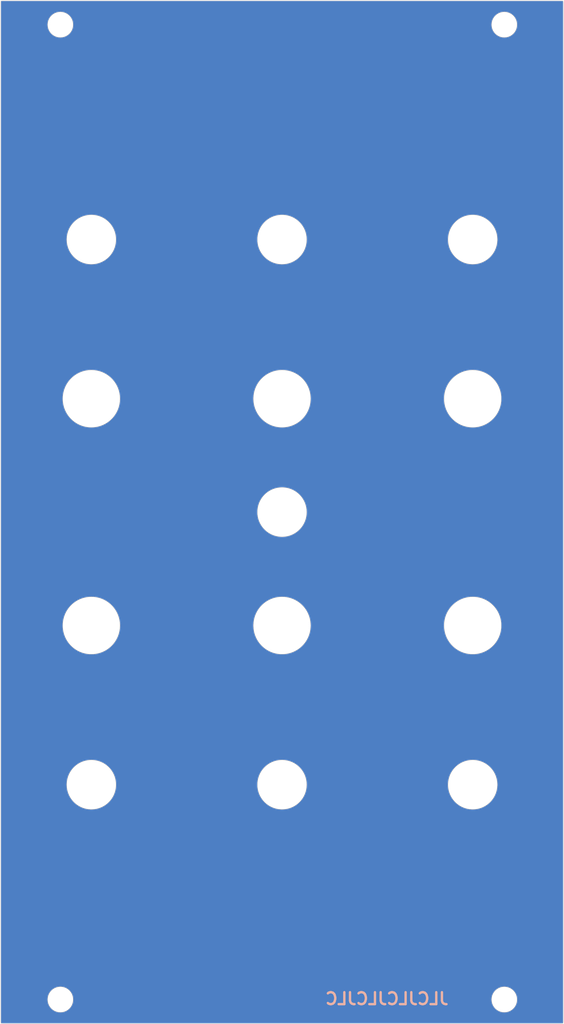
<source format=kicad_pcb>
(kicad_pcb (version 20211014) (generator pcbnew)

  (general
    (thickness 1.6)
  )

  (paper "A4")
  (title_block
    (title "Mixer Panel")
    (date "2021-06-20")
    (rev "1.0")
  )

  (layers
    (0 "F.Cu" signal)
    (31 "B.Cu" signal)
    (32 "B.Adhes" user "B.Adhesive")
    (33 "F.Adhes" user "F.Adhesive")
    (34 "B.Paste" user)
    (35 "F.Paste" user)
    (36 "B.SilkS" user "B.Silkscreen")
    (37 "F.SilkS" user "F.Silkscreen")
    (38 "B.Mask" user)
    (39 "F.Mask" user)
    (40 "Dwgs.User" user "User.Drawings")
    (41 "Cmts.User" user "User.Comments")
    (42 "Eco1.User" user "User.Eco1")
    (43 "Eco2.User" user "User.Eco2")
    (44 "Edge.Cuts" user)
    (45 "Margin" user)
    (46 "B.CrtYd" user "B.Courtyard")
    (47 "F.CrtYd" user "F.Courtyard")
    (48 "B.Fab" user)
    (49 "F.Fab" user)
  )

  (setup
    (pad_to_mask_clearance 0)
    (pcbplotparams
      (layerselection 0x00010fc_ffffffff)
      (disableapertmacros false)
      (usegerberextensions true)
      (usegerberattributes false)
      (usegerberadvancedattributes false)
      (creategerberjobfile false)
      (svguseinch false)
      (svgprecision 6)
      (excludeedgelayer true)
      (plotframeref false)
      (viasonmask false)
      (mode 1)
      (useauxorigin false)
      (hpglpennumber 1)
      (hpglpenspeed 20)
      (hpglpendiameter 15.000000)
      (dxfpolygonmode true)
      (dxfimperialunits true)
      (dxfusepcbnewfont true)
      (psnegative false)
      (psa4output false)
      (plotreference true)
      (plotvalue false)
      (plotinvisibletext false)
      (sketchpadsonfab false)
      (subtractmaskfromsilk true)
      (outputformat 1)
      (mirror false)
      (drillshape 0)
      (scaleselection 1)
      (outputdirectory "gerbers/")
    )
  )

  (net 0 "")

  (gr_circle (center 154 83.1) (end 157.6 83.1) (layer "B.Mask") (width 5) (fill none) (tstamp 06b0f59d-5955-4cff-a86d-1a17e2ebba6e))
  (gr_circle (center 130 111.6) (end 133.6 111.6) (layer "B.Mask") (width 5) (fill none) (tstamp 0ad984e5-573c-4a8b-8dee-9cd70d550511))
  (gr_circle (center 178 83.1) (end 181.6 83.1) (layer "B.Mask") (width 5) (fill none) (tstamp 160839b8-aeb0-401d-b7d5-6c20231f51eb))
  (gr_circle (center 154 131.6) (end 157.6 131.6) (layer "B.Mask") (width 5) (fill none) (tstamp 214cd322-ef2f-49c7-b80f-7f72ab4423fc))
  (gr_circle (center 178 111.6) (end 181.6 111.6) (layer "B.Mask") (width 5) (fill none) (tstamp 40d8addb-1c4d-4379-9fac-d3efc721b020))
  (gr_circle (center 130 63.1) (end 133.6 63.1) (layer "B.Mask") (width 5) (fill none) (tstamp 4c34cca3-671e-4cbb-8c98-2c563fd357db))
  (gr_circle (center 126.1 36.1) (end 127.7 36.1) (layer "B.Mask") (width 2) (fill none) (tstamp 4dd880f7-8abb-4803-a61d-bc58e108d806))
  (gr_circle (center 154 111.6) (end 157.6 111.6) (layer "B.Mask") (width 5) (fill none) (tstamp 787f6d57-941f-4744-aa42-0fffed94a517))
  (gr_circle (center 178 63.1) (end 181.6 63.1) (layer "B.Mask") (width 5) (fill none) (tstamp 7a2f08a3-0b16-4c00-ac73-8aef45f82339))
  (gr_circle (center 181.98 36.1) (end 183.58 36.1) (layer "B.Mask") (width 2) (fill none) (tstamp 93632d77-ecce-46c9-a0ab-3ec0f94344b6))
  (gr_circle (center 154 63.1) (end 157.6 63.1) (layer "B.Mask") (width 5) (fill none) (tstamp 964a1ee8-294c-4b80-a89a-4453cd39b9d5))
  (gr_circle (center 154 97.35) (end 157.6 97.35) (layer "B.Mask") (width 5) (fill none) (tstamp 99c9a2b6-dcef-4810-b4d3-806bd0a9f132))
  (gr_circle (center 178 131.6) (end 181.6 131.6) (layer "B.Mask") (width 5) (fill none) (tstamp aaed9f73-cadb-46c0-960a-6224a3d3a922))
  (gr_circle (center 130 131.6) (end 133.6 131.6) (layer "B.Mask") (width 5) (fill none) (tstamp bd71f8fb-fadd-4daa-82e9-ef6b11a0e54e))
  (gr_circle (center 130 83.1) (end 133.6 83.1) (layer "B.Mask") (width 5) (fill none) (tstamp d1e37067-05b9-4eaf-979b-bfe29351874a))
  (gr_circle (center 126.1 158.6) (end 127.7 158.6) (layer "B.Mask") (width 2) (fill none) (tstamp e72e8268-04dd-42a0-abca-41e4e8afe870))
  (gr_circle (center 181.98 158.6) (end 183.58 158.6) (layer "B.Mask") (width 2) (fill none) (tstamp e875b513-dd63-4d9c-8c73-227f7d1d25ee))
  (gr_line (start 178 111.6) (end 178 131.6) (layer "F.Mask") (width 0.5) (tstamp 00000000-0000-0000-0000-000060d04e80))
  (gr_line (start 154 97.35) (end 154 83.1) (layer "F.Mask") (width 0.5) (tstamp 00000000-0000-0000-0000-000060d04eaa))
  (gr_line (start 130 83.1) (end 154 97.35) (layer "F.Mask") (width 0.5) (tstamp 00000000-0000-0000-0000-000060d04eab))
  (gr_line (start 154 97.35) (end 130 111.6) (layer "F.Mask") (width 0.5) (tstamp 00000000-0000-0000-0000-000060d04eac))
  (gr_line (start 154 97.35) (end 154 111.6) (layer "F.Mask") (width 0.5) (tstamp 00000000-0000-0000-0000-000060d04ead))
  (gr_line (start 154 97.35) (end 178 111.6) (layer "F.Mask") (width 0.5) (tstamp 00000000-0000-0000-0000-000060d04eae))
  (gr_circle (center 130 63.1) (end 133.6 63.1) (layer "F.Mask") (width 5) (fill none) (tstamp 0abbae11-70ea-4944-b291-1bcb2d5ecad7))
  (gr_circle (center 154 131.6) (end 157.6 131.6) (layer "F.Mask") (width 5) (fill none) (tstamp 0fa1d694-7ee0-49ab-b0e8-b1489c181632))
  (gr_circle (center 154 83.1) (end 157.6 83.1) (layer "F.Mask") (width 5) (fill none) (tstamp 25073d52-dbb2-4fc8-9662-e31e440b8087))
  (gr_circle (center 130 83.1) (end 133.6 83.1) (layer "F.Mask") (width 5) (fill none) (tstamp 29c2a02e-0fe9-43e1-851f-9fffcd7a4648))
  (gr_circle (center 130 131.6) (end 133.6 131.6) (layer "F.Mask") (width 5) (fill none) (tstamp 364d65db-e03d-4f26-8d29-93a4be69a583))
  (gr_line (start 178 63.1) (end 178 83.1) (layer "F.Mask") (width 0.5) (tstamp 7e08f2a4-63d6-468b-bd8b-ec607077e023))
  (gr_circle (center 126.1 36.1) (end 127.7 36.1) (layer "F.Mask") (width 2) (fill none) (tstamp 812d99cb-8db1-4a70-9c40-d67f0437abb5))
  (gr_circle (center 181.98 36.1) (end 183.58 36.1) (layer "F.Mask") (width 2) (fill none) (tstamp 85bb00e6-b011-4c26-a705-27e94bc057b1))
  (gr_line (start 154 97.35) (end 178 83.1) (layer "F.Mask") (width 0.5) (tstamp 99030c03-63b4-49ba-b5ab-4d56974f7963))
  (gr_line (start 154 111.6) (end 154 131.6) (layer "F.Mask") (width 0.5) (tstamp 9a9f2d82-f64d-4264-8bec-c182528fc4de))
  (gr_line (start 130 63.1) (end 130 83.1) (layer "F.Mask") (width 0.5) (tstamp 9d984d1b-8097-407f-92f3-3ef68867dcfa))
  (gr_circle (center 154 63.1) (end 157.6 63.1) (layer "F.Mask") (width 5) (fill none) (tstamp a07361ae-4e0e-4833-b918-e1627e691016))
  (gr_circle (center 178 63.1) (end 181.6 63.1) (layer "F.Mask") (width 5) (fill none) (tstamp a8940441-851a-4102-ae98-d6c492184041))
  (gr_line (start 130 111.6) (end 130 131.6) (layer "F.Mask") (width 0.5) (tstamp b60c50d1-225e-415c-8712-7acb5e3dc8ea))
  (gr_line (start 154 63.1) (end 154 83.1) (layer "F.Mask") (width 0.5) (tstamp b6bcc3cf-50de-4a33-bc41-678825c1ecf2))
  (gr_circle (center 154 97.35) (end 157.6 97.35) (layer "F.Mask") (width 5) (fill none) (tstamp c05df471-200c-43be-bfe6-07ca1afe1a42))
  (gr_circle (center 154 111.6) (end 157.6 111.6) (layer "F.Mask") (width 5) (fill none) (tstamp c0a35b75-0e83-4311-add3-5a3930110d30))
  (gr_circle (center 178 131.6) (end 181.6 131.6) (layer "F.Mask") (width 5) (fill none) (tstamp cdfd4f23-4312-4e96-9c56-3dca094e7be4))
  (gr_circle (center 130 111.6) (end 133.6 111.6) (layer "F.Mask") (width 5) (fill none) (tstamp e399e1e2-26df-487b-9274-ff5e72e8a252))
  (gr_circle (center 178 83.1) (end 181.6 83.1) (layer "F.Mask") (width 5) (fill none) (tstamp e6f1f2c6-7eec-4e54-a350-56f640b3622f))
  (gr_circle (center 178 111.6) (end 181.6 111.6) (layer "F.Mask") (width 5) (fill none) (tstamp eff9c791-71a2-43ff-b114-491f5f7789a3))
  (gr_circle (center 181.98 158.6) (end 183.58 158.6) (layer "F.Mask") (width 2) (fill none) (tstamp fb8a3fe1-2c41-489c-9d87-c25421d885a8))
  (gr_circle (center 126.1 158.6) (end 127.7 158.6) (layer "F.Mask") (width 2) (fill none) (tstamp fd312552-d548-4422-8113-1b9ca520626c))
  (gr_line (start 118.6 161.6) (end 118.6 33.1) (layer "Edge.Cuts") (width 0.05) (tstamp 00000000-0000-0000-0000-000060d04e43))
  (gr_circle (center 178 111.6) (end 181.6 111.6) (layer "Edge.Cuts") (width 0.05) (fill none) (tstamp 00000000-0000-0000-0000-000060d04e4d))
  (gr_circle (center 178 131.6) (end 181.1 131.6) (layer "Edge.Cuts") (width 0.05) (fill none) (tstamp 00000000-0000-0000-0000-000060d04e67))
  (gr_circle (center 181.98 36.1) (end 183.58 36.1) (layer "Edge.Cuts") (width 0.05) (fill none) (tstamp 00000000-0000-0000-0000-000060d04f50))
  (gr_circle (center 178 83.1) (end 181.6 83.1) (layer "Edge.Cuts") (width 0.05) (fill none) (tstamp 0d35483a-0b12-46cc-b9f2-896fd6831779))
  (gr_circle (center 154 97.35) (end 157.1 97.35) (layer "Edge.Cuts") (width 0.05) (fill none) (tstamp 29256b3d-9450-4c0a-a4d4-911f04b9c140))
  (gr_circle (center 181.98 158.6) (end 183.58 158.6) (layer "Edge.Cuts") (width 0.05) (fill none) (tstamp 4d609e7c-74c9-4ae9-a26d-946ff00c167d))
  (gr_circle (center 154 83.1) (end 157.6 83.1) (layer "Edge.Cuts") (width 0.05) (fill none) (tstamp 4e66a44f-7fa6-4e16-bf9b-62ec864301a5))
  (gr_circle (center 154 63.1) (end 157.1 63.1) (layer "Edge.Cuts") (width 0.05) (fill none) (tstamp 55992e35-fe7b-468a-9b7a-1e4dc931b904))
  (gr_circle (center 154 131.6) (end 157.1 131.6) (layer "Edge.Cuts") (width 0.05) (fill none) (tstamp 5740c959-93d8-47fd-8f68-62f0109e753d))
  (gr_circle (center 126.1 36.1) (end 127.7 36.1) (layer "Edge.Cuts") (width 0.05) (fill none) (tstamp 6ff874d0-4ac5-414c-83a7-573eda4c7703))
  (gr_circle (center 126.1 158.6) (end 127.7 158.6) (layer "Edge.Cuts") (width 0.05) (fill none) (tstamp 786b6072-5772-4bc1-8eeb-6c4e19f2a91b))
  (gr_line (start 189.4 161.6) (end 118.6 161.6) (layer "Edge.Cuts") (width 0.05) (tstamp 909b030b-fa1a-4fe8-b1ee-422b4d9e23cf))
  (gr_line (start 189.4 33.1) (end 189.4 161.6) (layer "Edge.Cuts") (width 0.05) (tstamp 936e2ca6-11ae-4f42-9128-52bb329f3d21))
  (gr_circle (center 130 111.6) (end 133.6 111.6) (layer "Edge.Cuts") (width 0.05) (fill none) (tstamp 9702d639-3b1f-4825-8985-b32b9008503d))
  (gr_circle (center 130 63.1) (end 133.1 63.1) (layer "Edge.Cuts") (width 0.05) (fill none) (tstamp a06e8e78-f567-42e6-b645-013b1073ca31))
  (gr_circle (center 130 131.6) (end 133.1 131.6) (layer "Edge.Cuts") (width 0.05) (fill none) (tstamp c3c93de0-69b1-4a04-8e0b-d78caf487c63))
  (gr_circle (center 130 83.1) (end 133.6 83.1) (layer "Edge.Cuts") (width 0.05) (fill none) (tstamp d2de4093-1fc2-4bc1-94b6-4d0fe3426c6f))
  (gr_line (start 118.6 33.1) (end 189.4 33.1) (layer "Edge.Cuts") (width 0.05) (tstamp ebadd2a5-21ab-4a7e-b5bc-6f737367e560))
  (gr_circle (center 154 111.6) (end 157.6 111.6) (layer "Edge.Cuts") (width 0.05) (fill none) (tstamp ec9e24d8-d1c5-40e2-9812-dc315d05f470))
  (gr_circle (center 178 63.1) (end 181.1 63.1) (layer "Edge.Cuts") (width 0.05) (fill none) (tstamp f9865a9f-edb8-49c7-828f-4896e1f3047a))
  (gr_text "JLCJLCJLCJLC" (at 167.2 158.5) (layer "B.SilkS") (tstamp 681bd495-c396-44ce-92bd-4b397cd48c04)
    (effects (font (size 1.5 1.5) (thickness 0.3)) (justify mirror))
  )
  (gr_text "Out" (at 164 97.35) (layer "F.Mask") (tstamp 9538e4ed-27e6-4c37-b989-9859dc0d49e8)
    (effects (font (size 2.5 2.5) (thickness 0.25)))
  )
  (gr_text "Mixer" (at 154 48.1) (layer "F.Mask") (tstamp e1105432-6a2f-45d9-8a08-47401d087cf4)
    (effects (font (size 10 10) (thickness 1.2)))
  )

  (zone (net 0) (net_name "") (layer "F.Cu") (tstamp 00000000-0000-0000-0000-000060d152ff) (hatch edge 0.508)
    (connect_pads (clearance 0))
    (min_thickness 0.254) (filled_areas_thickness no)
    (fill yes (thermal_gap 0.508) (thermal_bridge_width 0.508))
    (polygon
      (pts
        (xy 189.5 161.7)
        (xy 118.5 161.7)
        (xy 118.5 33)
        (xy 189.5 33)
      )
    )
    (filled_polygon
      (layer "F.Cu")
      (island)
      (pts
        (xy 189.317121 33.145002)
        (xy 189.363614 33.198658)
        (xy 189.375 33.251)
        (xy 189.375 161.449)
        (xy 189.354998 161.517121)
        (xy 189.301342 161.563614)
        (xy 189.249 161.575)
        (xy 118.751 161.575)
        (xy 118.682879 161.554998)
        (xy 118.636386 161.501342)
        (xy 118.625 161.449)
        (xy 118.625 158.6)
        (xy 124.469975 158.6)
        (xy 124.490043 158.854992)
        (xy 124.491197 158.859799)
        (xy 124.491198 158.859805)
        (xy 124.528855 159.016654)
        (xy 124.549754 159.103705)
        (xy 124.551647 159.108276)
        (xy 124.551648 159.108278)
        (xy 124.63729 159.315035)
        (xy 124.647637 159.340016)
        (xy 124.781282 159.558105)
        (xy 124.784494 159.561865)
        (xy 124.784497 159.56187)
        (xy 124.914167 159.713693)
        (xy 124.947398 159.752602)
        (xy 124.95116 159.755815)
        (xy 125.13813 159.915503)
        (xy 125.138135 159.915506)
        (xy 125.141895 159.918718)
        (xy 125.359984 160.052363)
        (xy 125.364554 160.054256)
        (xy 125.364558 160.054258)
        (xy 125.591722 160.148352)
        (xy 125.596295 160.150246)
        (xy 125.683346 160.171145)
        (xy 125.840195 160.208802)
        (xy 125.840201 160.208803)
        (xy 125.845008 160.209957)
        (xy 126.1 160.230025)
        (xy 126.354992 160.209957)
        (xy 126.359799 160.208803)
        (xy 126.359805 160.208802)
        (xy 126.516654 160.171145)
        (xy 126.603705 160.150246)
        (xy 126.608278 160.148352)
        (xy 126.835442 160.054258)
        (xy 126.835446 160.054256)
        (xy 126.840016 160.052363)
        (xy 127.058105 159.918718)
        (xy 127.061865 159.915506)
        (xy 127.06187 159.915503)
        (xy 127.24884 159.755815)
        (xy 127.252602 159.752602)
        (xy 127.285833 159.713693)
        (xy 127.415503 159.56187)
        (xy 127.415506 159.561865)
        (xy 127.418718 159.558105)
        (xy 127.552363 159.340016)
        (xy 127.562711 159.315035)
        (xy 127.648352 159.108278)
        (xy 127.648353 159.108276)
        (xy 127.650246 159.103705)
        (xy 127.671145 159.016654)
        (xy 127.708802 158.859805)
        (xy 127.708803 158.859799)
        (xy 127.709957 158.854992)
        (xy 127.730025 158.6)
        (xy 180.349975 158.6)
        (xy 180.370043 158.854992)
        (xy 180.371197 158.859799)
        (xy 180.371198 158.859805)
        (xy 180.408855 159.016654)
        (xy 180.429754 159.103705)
        (xy 180.431647 159.108276)
        (xy 180.431648 159.108278)
        (xy 180.51729 159.315035)
        (xy 180.527637 159.340016)
        (xy 180.661282 159.558105)
        (xy 180.664494 159.561865)
        (xy 180.664497 159.56187)
        (xy 180.794167 159.713693)
        (xy 180.827398 159.752602)
        (xy 180.83116 159.755815)
        (xy 181.01813 159.915503)
        (xy 181.018135 159.915506)
        (xy 181.021895 159.918718)
        (xy 181.239984 160.052363)
        (xy 181.244554 160.054256)
        (xy 181.244558 160.054258)
        (xy 181.471722 160.148352)
        (xy 181.476295 160.150246)
        (xy 181.563346 160.171145)
        (xy 181.720195 160.208802)
        (xy 181.720201 160.208803)
        (xy 181.725008 160.209957)
        (xy 181.98 160.230025)
        (xy 182.234992 160.209957)
        (xy 182.239799 160.208803)
        (xy 182.239805 160.208802)
        (xy 182.396654 160.171145)
        (xy 182.483705 160.150246)
        (xy 182.488278 160.148352)
        (xy 182.715442 160.054258)
        (xy 182.715446 160.054256)
        (xy 182.720016 160.052363)
        (xy 182.938105 159.918718)
        (xy 182.941865 159.915506)
        (xy 182.94187 159.915503)
        (xy 183.12884 159.755815)
        (xy 183.132602 159.752602)
        (xy 183.165833 159.713693)
        (xy 183.295503 159.56187)
        (xy 183.295506 159.561865)
        (xy 183.298718 159.558105)
        (xy 183.432363 159.340016)
        (xy 183.442711 159.315035)
        (xy 183.528352 159.108278)
        (xy 183.528353 159.108276)
        (xy 183.530246 159.103705)
        (xy 183.551145 159.016654)
        (xy 183.588802 158.859805)
        (xy 183.588803 158.859799)
        (xy 183.589957 158.854992)
        (xy 183.610025 158.6)
        (xy 183.589957 158.345008)
        (xy 183.588803 158.340201)
        (xy 183.588802 158.340195)
        (xy 183.531401 158.101107)
        (xy 183.530246 158.096295)
        (xy 183.528352 158.091722)
        (xy 183.434258 157.864558)
        (xy 183.434256 157.864554)
        (xy 183.432363 157.859984)
        (xy 183.298718 157.641895)
        (xy 183.295506 157.638135)
        (xy 183.295503 157.63813)
        (xy 183.135815 157.45116)
        (xy 183.132602 157.447398)
        (xy 182.990227 157.325798)
        (xy 182.94187 157.284497)
        (xy 182.941865 157.284494)
        (xy 182.938105 157.281282)
        (xy 182.720016 157.147637)
        (xy 182.715446 157.145744)
        (xy 182.715442 157.145742)
        (xy 182.488278 157.051648)
        (xy 182.488276 157.051647)
        (xy 182.483705 157.049754)
        (xy 182.380598 157.025)
        (xy 182.239805 156.991198)
        (xy 182.239799 156.991197)
        (xy 182.234992 156.990043)
        (xy 181.98 156.969975)
        (xy 181.725008 156.990043)
        (xy 181.720201 156.991197)
        (xy 181.720195 156.991198)
        (xy 181.579402 157.025)
        (xy 181.476295 157.049754)
        (xy 181.471724 157.051647)
        (xy 181.471722 157.051648)
        (xy 181.244558 157.145742)
        (xy 181.244554 157.145744)
        (xy 181.239984 157.147637)
        (xy 181.021895 157.281282)
        (xy 181.018135 157.284494)
        (xy 181.01813 157.284497)
        (xy 180.969773 157.325798)
        (xy 180.827398 157.447398)
        (xy 180.824185 157.45116)
        (xy 180.664497 157.63813)
        (xy 180.664494 157.638135)
        (xy 180.661282 157.641895)
        (xy 180.527637 157.859984)
        (xy 180.525744 157.864554)
        (xy 180.525742 157.864558)
        (xy 180.431648 158.091722)
        (xy 180.429754 158.096295)
        (xy 180.428599 158.101107)
        (xy 180.371198 158.340195)
        (xy 180.371197 158.340201)
        (xy 180.370043 158.345008)
        (xy 180.349975 158.6)
        (xy 127.730025 158.6)
        (xy 127.709957 158.345008)
        (xy 127.708803 158.340201)
        (xy 127.708802 158.340195)
        (xy 127.651401 158.101107)
        (xy 127.650246 158.096295)
        (xy 127.648352 158.091722)
        (xy 127.554258 157.864558)
        (xy 127.554256 157.864554)
        (xy 127.552363 157.859984)
        (xy 127.418718 157.641895)
        (xy 127.415506 157.638135)
        (xy 127.415503 157.63813)
        (xy 127.255815 157.45116)
        (xy 127.252602 157.447398)
        (xy 127.110227 157.325798)
        (xy 127.06187 157.284497)
        (xy 127.061865 157.284494)
        (xy 127.058105 157.281282)
        (xy 126.840016 157.147637)
        (xy 126.835446 157.145744)
        (xy 126.835442 157.145742)
        (xy 126.608278 157.051648)
        (xy 126.608276 157.051647)
        (xy 126.603705 157.049754)
        (xy 126.500598 157.025)
        (xy 126.359805 156.991198)
        (xy 126.359799 156.991197)
        (xy 126.354992 156.990043)
        (xy 126.1 156.969975)
        (xy 125.845008 156.990043)
        (xy 125.840201 156.991197)
        (xy 125.840195 156.991198)
        (xy 125.699402 157.025)
        (xy 125.596295 157.049754)
        (xy 125.591724 157.051647)
        (xy 125.591722 157.051648)
        (xy 125.364558 157.145742)
        (xy 125.364554 157.145744)
        (xy 125.359984 157.147637)
        (xy 125.141895 157.281282)
        (xy 125.138135 157.284494)
        (xy 125.13813 157.284497)
        (xy 125.089773 157.325798)
        (xy 124.947398 157.447398)
        (xy 124.944185 157.45116)
        (xy 124.784497 157.63813)
        (xy 124.784494 157.638135)
        (xy 124.781282 157.641895)
        (xy 124.647637 157.859984)
        (xy 124.645744 157.864554)
        (xy 124.645742 157.864558)
        (xy 124.551648 158.091722)
        (xy 124.549754 158.096295)
        (xy 124.548599 158.101107)
        (xy 124.491198 158.340195)
        (xy 124.491197 158.340201)
        (xy 124.490043 158.345008)
        (xy 124.469975 158.6)
        (xy 118.625 158.6)
        (xy 118.625 131.556299)
        (xy 126.870381 131.556299)
        (xy 126.870413 131.557066)
        (xy 126.870528 131.559811)
        (xy 126.870528 131.559814)
        (xy 126.872304 131.602178)
        (xy 126.885014 131.905427)
        (xy 126.938472 132.250748)
        (xy 127.03009 132.587957)
        (xy 127.158725 132.912853)
        (xy 127.322775 133.221385)
        (xy 127.32476 133.224284)
        (xy 127.518203 133.506801)
        (xy 127.518208 133.506807)
        (xy 127.520194 133.509708)
        (xy 127.748521 133.774228)
        (xy 128.004911 134.011648)
        (xy 128.286169 134.219009)
        (xy 128.289206 134.220763)
        (xy 128.28921 134.220765)
        (xy 128.403081 134.286508)
        (xy 128.588788 134.393726)
        (xy 128.669994 134.429204)
        (xy 128.905774 134.532214)
        (xy 128.905784 134.532218)
        (xy 128.908996 134.533621)
        (xy 128.912353 134.53466)
        (xy 128.912358 134.534662)
        (xy 129.070642 134.583659)
        (xy 129.242803 134.636952)
        (xy 129.246259 134.637611)
        (xy 129.246258 134.637611)
        (xy 129.582597 134.701771)
        (xy 129.582602 134.701772)
        (xy 129.586048 134.702429)
        (xy 129.777554 134.717165)
        (xy 129.930955 134.728969)
        (xy 129.930957 134.728969)
        (xy 129.934452 134.729238)
        (xy 130.166159 134.721146)
        (xy 130.280157 134.717165)
        (xy 130.280161 134.717165)
        (xy 130.283673 134.717042)
        (xy 130.287152 134.716528)
        (xy 130.287155 134.716528)
        (xy 130.625867 134.666512)
        (xy 130.625873 134.666511)
        (xy 130.629359 134.665996)
        (xy 130.632763 134.665097)
        (xy 130.632766 134.665096)
        (xy 130.963809 134.577631)
        (xy 130.96381 134.577631)
        (xy 130.9672 134.576735)
        (xy 131.292985 134.450371)
        (xy 131.602655 134.288479)
        (xy 131.892349 134.093078)
        (xy 132.158457 133.866603)
        (xy 132.160852 133.864053)
        (xy 132.16086 133.864045)
        (xy 132.39525 133.614444)
        (xy 132.395254 133.614439)
        (xy 132.397661 133.611876)
        (xy 132.399766 133.609062)
        (xy 132.399772 133.609055)
        (xy 132.503587 133.470281)
        (xy 132.60698 133.332073)
        (xy 132.783806 133.030682)
        (xy 132.794984 133.005576)
        (xy 132.924501 132.714675)
        (xy 132.924503 132.714671)
        (xy 132.925933 132.711458)
        (xy 133.031592 132.37838)
        (xy 133.099464 132.035601)
        (xy 133.128704 131.687393)
        (xy 133.129924 131.6)
        (xy 133.127678 131.559814)
        (xy 133.127481 131.556299)
        (xy 150.870381 131.556299)
        (xy 150.870413 131.557066)
        (xy 150.870528 131.559811)
        (xy 150.870528 131.559814)
        (xy 150.872304 131.602178)
        (xy 150.885014 131.905427)
        (xy 150.938472 132.250748)
        (xy 151.03009 132.587957)
        (xy 151.158725 132.912853)
        (xy 151.322775 133.221385)
        (xy 151.32476 133.224284)
        (xy 151.518203 133.506801)
        (xy 151.518208 133.506807)
        (xy 151.520194 133.509708)
        (xy 151.748521 133.774228)
        (xy 152.004911 134.011648)
        (xy 152.286169 134.219009)
        (xy 152.289206 134.220763)
        (xy 152.28921 134.220765)
        (xy 152.403081 134.286508)
        (xy 152.588788 134.393726)
        (xy 152.669994 134.429204)
        (xy 152.905774 134.532214)
        (xy 152.905784 134.532218)
        (xy 152.908996 134.533621)
        (xy 152.912353 134.53466)
        (xy 152.912358 134.534662)
        (xy 153.070642 134.583659)
        (xy 153.242803 134.636952)
        (xy 153.246259 134.637611)
        (xy 153.246258 134.637611)
        (xy 153.582597 134.701771)
        (xy 153.582602 134.701772)
        (xy 153.586048 134.702429)
        (xy 153.777554 134.717165)
        (xy 153.930955 134.728969)
        (xy 153.930957 134.728969)
        (xy 153.934452 134.729238)
        (xy 154.166159 134.721146)
        (xy 154.280157 134.717165)
        (xy 154.280161 134.717165)
        (xy 154.283673 134.717042)
        (xy 154.287152 134.716528)
        (xy 154.287155 134.716528)
        (xy 154.625867 134.666512)
        (xy 154.625873 134.666511)
        (xy 154.629359 134.665996)
        (xy 154.632763 134.665097)
        (xy 154.632766 134.665096)
        (xy 154.963809 134.577631)
        (xy 154.96381 134.577631)
        (xy 154.9672 134.576735)
        (xy 155.292985 134.450371)
        (xy 155.602655 134.288479)
        (xy 155.892349 134.093078)
        (xy 156.158457 133.866603)
        (xy 156.160852 133.864053)
        (xy 156.16086 133.864045)
        (xy 156.39525 133.614444)
        (xy 156.395254 133.614439)
        (xy 156.397661 133.611876)
        (xy 156.399766 133.609062)
        (xy 156.399772 133.609055)
        (xy 156.503587 133.470281)
        (xy 156.60698 133.332073)
        (xy 156.783806 133.030682)
        (xy 156.794984 133.005576)
        (xy 156.924501 132.714675)
        (xy 156.924503 132.714671)
        (xy 156.925933 132.711458)
        (xy 157.031592 132.37838)
        (xy 157.099464 132.035601)
        (xy 157.128704 131.687393)
        (xy 157.129924 131.6)
        (xy 157.127678 131.559814)
        (xy 157.127481 131.556299)
        (xy 174.870381 131.556299)
        (xy 174.870413 131.557066)
        (xy 174.870528 131.559811)
        (xy 174.870528 131.559814)
        (xy 174.872304 131.602178)
        (xy 174.885014 131.905427)
        (xy 174.938472 132.250748)
        (xy 175.03009 132.587957)
        (xy 175.158725 132.912853)
        (xy 175.322775 133.221385)
        (xy 175.32476 133.224284)
        (xy 175.518203 133.506801)
        (xy 175.518208 133.506807)
        (xy 175.520194 133.509708)
        (xy 175.748521 133.774228)
        (xy 176.004911 134.011648)
        (xy 176.286169 134.219009)
        (xy 176.289206 134.220763)
        (xy 176.28921 134.220765)
        (xy 176.403081 134.286508)
        (xy 176.588788 134.393726)
        (xy 176.669994 134.429204)
        (xy 176.905774 134.532214)
        (xy 176.905784 134.532218)
        (xy 176.908996 134.533621)
        (xy 176.912353 134.53466)
        (xy 176.912358 134.534662)
        (xy 177.070642 134.583659)
        (xy 177.242803 134.636952)
        (xy 177.246259 134.637611)
        (xy 177.246258 134.637611)
        (xy 177.582597 134.701771)
        (xy 177.582602 134.701772)
        (xy 177.586048 134.702429)
        (xy 177.777554 134.717165)
        (xy 177.930955 134.728969)
        (xy 177.930957 134.728969)
        (xy 177.934452 134.729238)
        (xy 178.166159 134.721146)
        (xy 178.280157 134.717165)
        (xy 178.280161 134.717165)
        (xy 178.283673 134.717042)
        (xy 178.287152 134.716528)
        (xy 178.287155 134.716528)
        (xy 178.625867 134.666512)
        (xy 178.625873 134.666511)
        (xy 178.629359 134.665996)
        (xy 178.632763 134.665097)
        (xy 178.632766 134.665096)
        (xy 178.963809 134.577631)
        (xy 178.96381 134.577631)
        (xy 178.9672 134.576735)
        (xy 179.292985 134.450371)
        (xy 179.602655 134.288479)
        (xy 179.892349 134.093078)
        (xy 180.158457 133.866603)
        (xy 180.160852 133.864053)
        (xy 180.16086 133.864045)
        (xy 180.39525 133.614444)
        (xy 180.395254 133.614439)
        (xy 180.397661 133.611876)
        (xy 180.399766 133.609062)
        (xy 180.399772 133.609055)
        (xy 180.503587 133.470281)
        (xy 180.60698 133.332073)
        (xy 180.783806 133.030682)
        (xy 180.794984 133.005576)
        (xy 180.924501 132.714675)
        (xy 180.924503 132.714671)
        (xy 180.925933 132.711458)
        (xy 181.031592 132.37838)
        (xy 181.099464 132.035601)
        (xy 181.128704 131.687393)
        (xy 181.129924 131.6)
        (xy 181.127678 131.559814)
        (xy 181.110614 131.254625)
        (xy 181.110418 131.251111)
        (xy 181.103674 131.211234)
        (xy 181.052732 130.910051)
        (xy 181.052731 130.910047)
        (xy 181.052143 130.90657)
        (xy 180.955826 130.570672)
        (xy 180.832449 130.271336)
        (xy 180.824005 130.250849)
        (xy 180.824001 130.250841)
        (xy 180.822667 130.247604)
        (xy 180.654326 129.941393)
        (xy 180.452901 129.655855)
        (xy 180.220902 129.394548)
        (xy 179.961222 129.160731)
        (xy 179.741872 129.003692)
        (xy 179.679964 128.95937)
        (xy 179.679957 128.959366)
        (xy 179.677097 128.957318)
        (xy 179.372068 128.786843)
        (xy 179.049938 128.651432)
        (xy 179.046569 128.650441)
        (xy 179.046565 128.650439)
        (xy 178.864087 128.596733)
        (xy 178.714721 128.552772)
        (xy 178.439888 128.504311)
        (xy 178.374055 128.492703)
        (xy 178.374053 128.492703)
        (xy 178.370595 128.492093)
        (xy 178.367086 128.491872)
        (xy 178.367084 128.491872)
        (xy 178.025369 128.470373)
        (xy 178.025363 128.470373)
        (xy 178.021851 128.470152)
        (xy 177.923338 128.47497)
        (xy 177.676341 128.48705)
        (xy 177.676333 128.487051)
        (xy 177.672834 128.487222)
        (xy 177.669366 128.487784)
        (xy 177.669363 128.487784)
        (xy 177.33137 128.542527)
        (xy 177.331367 128.542528)
        (xy 177.327895 128.54309)
        (xy 177.324508 128.544036)
        (xy 177.324502 128.544037)
        (xy 177.047352 128.621419)
        (xy 176.991333 128.63706)
        (xy 176.862643 128.689054)
        (xy 176.670607 128.766641)
        (xy 176.670603 128.766643)
        (xy 176.667343 128.76796)
        (xy 176.664256 128.769629)
        (xy 176.664252 128.769631)
        (xy 176.62924 128.788562)
        (xy 176.359964 128.934159)
        (xy 176.073026 129.133586)
        (xy 176.070384 129.135899)
        (xy 176.07038 129.135902)
        (xy 175.993123 129.203536)
        (xy 175.810107 129.363755)
        (xy 175.574483 129.621796)
        (xy 175.36909 129.904494)
        (xy 175.367348 129.90756)
        (xy 175.367347 129.907562)
        (xy 175.346379 129.944473)
        (xy 175.19649 130.208326)
        (xy 175.058834 130.529503)
        (xy 174.957836 130.864023)
        (xy 174.894756 131.207717)
        (xy 174.870381 131.556299)
        (xy 157.127481 131.556299)
        (xy 157.110614 131.254625)
        (xy 157.110418 131.251111)
        (xy 157.103674 131.211234)
        (xy 157.052732 130.910051)
        (xy 157.052731 130.910047)
        (xy 157.052143 130.90657)
        (xy 156.955826 130.570672)
        (xy 156.832449 130.271336)
        (xy 156.824005 130.250849)
        (xy 156.824001 130.250841)
        (xy 156.822667 130.247604)
        (xy 156.654326 129.941393)
        (xy 156.452901 129.655855)
        (xy 156.220902 129.394548)
        (xy 155.961222 129.160731)
        (xy 155.741872 129.003692)
        (xy 155.679964 128.95937)
        (xy 155.679957 128.959366)
        (xy 155.677097 128.957318)
        (xy 155.372068 128.786843)
        (xy 155.049938 128.651432)
        (xy 155.046569 128.650441)
        (xy 155.046565 128.650439)
        (xy 154.864087 128.596733)
        (xy 154.714721 128.552772)
        (xy 154.439888 128.504311)
        (xy 154.374055 128.492703)
        (xy 154.374053 128.492703)
        (xy 154.370595 128.492093)
        (xy 154.367086 128.491872)
        (xy 154.367084 128.491872)
        (xy 154.025369 128.470373)
        (xy 154.025363 128.470373)
        (xy 154.021851 128.470152)
        (xy 153.923338 128.47497)
        (xy 153.676341 128.48705)
        (xy 153.676333 128.487051)
        (xy 153.672834 128.487222)
        (xy 153.669366 128.487784)
        (xy 153.669363 128.487784)
        (xy 153.33137 128.542527)
        (xy 153.331367 128.542528)
        (xy 153.327895 128.54309)
        (xy 153.324508 128.544036)
        (xy 153.324502 128.544037)
        (xy 153.047352 128.621419)
        (xy 152.991333 128.63706)
        (xy 152.862643 128.689054)
        (xy 152.670607 128.766641)
        (xy 152.670603 128.766643)
        (xy 152.667343 128.76796)
        (xy 152.664256 128.769629)
        (xy 152.664252 128.769631)
        (xy 152.62924 128.788562)
        (xy 152.359964 128.934159)
        (xy 152.073026 129.133586)
        (xy 152.070384 129.135899)
        (xy 152.07038 129.135902)
        (xy 151.993123 129.203536)
        (xy 151.810107 129.363755)
        (xy 151.574483 129.621796)
        (xy 151.36909 129.904494)
        (xy 151.367348 129.90756)
        (xy 151.367347 129.907562)
        (xy 151.346379 129.944473)
        (xy 151.19649 130.208326)
        (xy 151.058834 130.529503)
        (xy 150.957836 130.864023)
        (xy 150.894756 131.207717)
        (xy 150.870381 131.556299)
        (xy 133.127481 131.556299)
        (xy 133.110614 131.254625)
        (xy 133.110418 131.251111)
        (xy 133.103674 131.211234)
        (xy 133.052732 130.910051)
        (xy 133.052731 130.910047)
        (xy 133.052143 130.90657)
        (xy 132.955826 130.570672)
        (xy 132.832449 130.271336)
        (xy 132.824005 130.250849)
        (xy 132.824001 130.250841)
        (xy 132.822667 130.247604)
        (xy 132.654326 129.941393)
        (xy 132.452901 129.655855)
        (xy 132.220902 129.394548)
        (xy 131.961222 129.160731)
        (xy 131.741872 129.003692)
        (xy 131.679964 128.95937)
        (xy 131.679957 128.959366)
        (xy 131.677097 128.957318)
        (xy 131.372068 128.786843)
        (xy 131.049938 128.651432)
        (xy 131.046569 128.650441)
        (xy 131.046565 128.650439)
        (xy 130.864087 128.596733)
        (xy 130.714721 128.552772)
        (xy 130.439888 128.504311)
        (xy 130.374055 128.492703)
        (xy 130.374053 128.492703)
        (xy 130.370595 128.492093)
        (xy 130.367086 128.491872)
        (xy 130.367084 128.491872)
        (xy 130.025369 128.470373)
        (xy 130.025363 128.470373)
        (xy 130.021851 128.470152)
        (xy 129.923338 128.47497)
        (xy 129.676341 128.48705)
        (xy 129.676333 128.487051)
        (xy 129.672834 128.487222)
        (xy 129.669366 128.487784)
        (xy 129.669363 128.487784)
        (xy 129.33137 128.542527)
        (xy 129.331367 128.542528)
        (xy 129.327895 128.54309)
        (xy 129.324508 128.544036)
        (xy 129.324502 128.544037)
        (xy 129.047352 128.621419)
        (xy 128.991333 128.63706)
        (xy 128.862643 128.689054)
        (xy 128.670607 128.766641)
        (xy 128.670603 128.766643)
        (xy 128.667343 128.76796)
        (xy 128.664256 128.769629)
        (xy 128.664252 128.769631)
        (xy 128.62924 128.788562)
        (xy 128.359964 128.934159)
        (xy 128.073026 129.133586)
        (xy 128.070384 129.135899)
        (xy 128.07038 129.135902)
        (xy 127.993123 129.203536)
        (xy 127.810107 129.363755)
        (xy 127.574483 129.621796)
        (xy 127.36909 129.904494)
        (xy 127.367348 129.90756)
        (xy 127.367347 129.907562)
        (xy 127.346379 129.944473)
        (xy 127.19649 130.208326)
        (xy 127.058834 130.529503)
        (xy 126.957836 130.864023)
        (xy 126.894756 131.207717)
        (xy 126.870381 131.556299)
        (xy 118.625 131.556299)
        (xy 118.625 111.6)
        (xy 126.370025 111.6)
        (xy 126.38991 111.979436)
        (xy 126.449349 112.354714)
        (xy 126.547689 112.721724)
        (xy 126.683853 113.076444)
        (xy 126.856349 113.414987)
        (xy 127.063289 113.733646)
        (xy 127.302403 114.028927)
        (xy 127.571073 114.297597)
        (xy 127.866354 114.536711)
        (xy 128.185012 114.743651)
        (xy 128.523556 114.916147)
        (xy 128.878276 115.052311)
        (xy 129.245286 115.150651)
        (xy 129.444531 115.182209)
        (xy 129.617316 115.209576)
        (xy 129.617324 115.209577)
        (xy 129.620564 115.21009)
        (xy 130 115.229975)
        (xy 130.379436 115.21009)
        (xy 130.382676 115.209577)
        (xy 130.382684 115.209576)
        (xy 130.555469 115.182209)
        (xy 130.754714 115.150651)
        (xy 131.121724 115.052311)
        (xy 131.476444 114.916147)
        (xy 131.814988 114.743651)
        (xy 132.133646 114.536711)
        (xy 132.428927 114.297597)
        (xy 132.697597 114.028927)
        (xy 132.936711 113.733646)
        (xy 133.143651 113.414987)
        (xy 133.316147 113.076444)
        (xy 133.452311 112.721724)
        (xy 133.550651 112.354714)
        (xy 133.61009 111.979436)
        (xy 133.629975 111.6)
        (xy 150.370025 111.6)
        (xy 150.38991 111.979436)
        (xy 150.449349 112.354714)
        (xy 150.547689 112.721724)
        (xy 150.683853 113.076444)
        (xy 150.856349 113.414987)
        (xy 151.063289 113.733646)
        (xy 151.302403 114.028927)
        (xy 151.571073 114.297597)
        (xy 151.866354 114.536711)
        (xy 152.185012 114.743651)
        (xy 152.523556 114.916147)
        (xy 152.878276 115.052311)
        (xy 153.245286 115.150651)
        (xy 153.444531 115.182209)
        (xy 153.617316 115.209576)
        (xy 153.617324 115.209577)
        (xy 153.620564 115.21009)
        (xy 154 115.229975)
        (xy 154.379436 115.21009)
        (xy 154.382676 115.209577)
        (xy 154.382684 115.209576)
        (xy 154.555469 115.182209)
        (xy 154.754714 115.150651)
        (xy 155.121724 115.052311)
        (xy 155.476444 114.916147)
        (xy 155.814988 114.743651)
        (xy 156.133646 114.536711)
        (xy 156.428927 114.297597)
        (xy 156.697597 114.028927)
        (xy 156.936711 113.733646)
        (xy 157.143651 113.414987)
        (xy 157.316147 113.076444)
        (xy 157.452311 112.721724)
        (xy 157.550651 112.354714)
        (xy 157.61009 111.979436)
        (xy 157.629975 111.6)
        (xy 174.370025 111.6)
        (xy 174.38991 111.979436)
        (xy 174.449349 112.354714)
        (xy 174.547689 112.721724)
        (xy 174.683853 113.076444)
        (xy 174.856349 113.414987)
        (xy 175.063289 113.733646)
        (xy 175.302403 114.028927)
        (xy 175.571073 114.297597)
        (xy 175.866354 114.536711)
        (xy 176.185012 114.743651)
        (xy 176.523556 114.916147)
        (xy 176.878276 115.052311)
        (xy 177.245286 115.150651)
        (xy 177.444531 115.182209)
        (xy 177.617316 115.209576)
        (xy 177.617324 115.209577)
        (xy 177.620564 115.21009)
        (xy 178 115.229975)
        (xy 178.379436 115.21009)
        (xy 178.382676 115.209577)
        (xy 178.382684 115.209576)
        (xy 178.555469 115.182209)
        (xy 178.754714 115.150651)
        (xy 179.121724 115.052311)
        (xy 179.476444 114.916147)
        (xy 179.814988 114.743651)
        (xy 180.133646 114.536711)
        (xy 180.428927 114.297597)
        (xy 180.697597 114.028927)
        (xy 180.936711 113.733646)
        (xy 181.143651 113.414987)
        (xy 181.316147 113.076444)
        (xy 181.452311 112.721724)
        (xy 181.550651 112.354714)
        (xy 181.61009 111.979436)
        (xy 181.629975 111.6)
        (xy 181.61009 111.220564)
        (xy 181.550651 110.845286)
        (xy 181.452311 110.478276)
        (xy 181.316147 110.123556)
        (xy 181.143651 109.785013)
        (xy 180.936711 109.466354)
        (xy 180.697597 109.171073)
        (xy 180.428927 108.902403)
        (xy 180.133646 108.663289)
        (xy 179.814988 108.456349)
        (xy 179.476444 108.283853)
        (xy 179.121724 108.147689)
        (xy 178.754714 108.049349)
        (xy 178.555469 108.017791)
        (xy 178.382684 107.990424)
        (xy 178.382676 107.990423)
        (xy 178.379436 107.98991)
        (xy 178 107.970025)
        (xy 177.620564 107.98991)
        (xy 177.617324 107.990423)
        (xy 177.617316 107.990424)
        (xy 177.444531 108.017791)
        (xy 177.245286 108.049349)
        (xy 176.878276 108.147689)
        (xy 176.523556 108.283853)
        (xy 176.185013 108.456349)
        (xy 175.866354 108.663289)
        (xy 175.571073 108.902403)
        (xy 175.302403 109.171073)
        (xy 175.063289 109.466354)
        (xy 174.856349 109.785013)
        (xy 174.683853 110.123556)
        (xy 174.547689 110.478276)
        (xy 174.449349 110.845286)
        (xy 174.38991 111.220564)
        (xy 174.370025 111.6)
        (xy 157.629975 111.6)
        (xy 157.61009 111.220564)
        (xy 157.550651 110.845286)
        (xy 157.452311 110.478276)
        (xy 157.316147 110.123556)
        (xy 157.143651 109.785013)
        (xy 156.936711 109.466354)
        (xy 156.697597 109.171073)
        (xy 156.428927 108.902403)
        (xy 156.133646 108.663289)
        (xy 155.814988 108.456349)
        (xy 155.476444 108.283853)
        (xy 155.121724 108.147689)
        (xy 154.754714 108.049349)
        (xy 154.555469 108.017791)
        (xy 154.382684 107.990424)
        (xy 154.382676 107.990423)
        (xy 154.379436 107.98991)
        (xy 154 107.970025)
        (xy 153.620564 107.98991)
        (xy 153.617324 107.990423)
        (xy 153.617316 107.990424)
        (xy 153.444531 108.017791)
        (xy 153.245286 108.049349)
        (xy 152.878276 108.147689)
        (xy 152.523556 108.283853)
        (xy 152.185013 108.456349)
        (xy 151.866354 108.663289)
        (xy 151.571073 108.902403)
        (xy 151.302403 109.171073)
        (xy 151.063289 109.466354)
        (xy 150.856349 109.785013)
        (xy 150.683853 110.123556)
        (xy 150.547689 110.478276)
        (xy 150.449349 110.845286)
        (xy 150.38991 111.220564)
        (xy 150.370025 111.6)
        (xy 133.629975 111.6)
        (xy 133.61009 111.220564)
        (xy 133.550651 110.845286)
        (xy 133.452311 110.478276)
        (xy 133.316147 110.123556)
        (xy 133.143651 109.785013)
        (xy 132.936711 109.466354)
        (xy 132.697597 109.171073)
        (xy 132.428927 108.902403)
        (xy 132.133646 108.663289)
        (xy 131.814988 108.456349)
        (xy 131.476444 108.283853)
        (xy 131.121724 108.147689)
        (xy 130.754714 108.049349)
        (xy 130.555469 108.017791)
        (xy 130.382684 107.990424)
        (xy 130.382676 107.990423)
        (xy 130.379436 107.98991)
        (xy 130 107.970025)
        (xy 129.620564 107.98991)
        (xy 129.617324 107.990423)
        (xy 129.617316 107.990424)
        (xy 129.444531 108.017791)
        (xy 129.245286 108.049349)
        (xy 128.878276 108.147689)
        (xy 128.523556 108.283853)
        (xy 128.185013 108.456349)
        (xy 127.866354 108.663289)
        (xy 127.571073 108.902403)
        (xy 127.302403 109.171073)
        (xy 127.063289 109.466354)
        (xy 126.856349 109.785013)
        (xy 126.683853 110.123556)
        (xy 126.547689 110.478276)
        (xy 126.449349 110.845286)
        (xy 126.38991 111.220564)
        (xy 126.370025 111.6)
        (xy 118.625 111.6)
        (xy 118.625 97.306299)
        (xy 150.870381 97.306299)
        (xy 150.870413 97.307066)
        (xy 150.870528 97.309811)
        (xy 150.870528 97.309814)
        (xy 150.872304 97.352178)
        (xy 150.885014 97.655427)
        (xy 150.938472 98.000748)
        (xy 151.03009 98.337957)
        (xy 151.158725 98.662853)
        (xy 151.322775 98.971385)
        (xy 151.32476 98.974284)
        (xy 151.518203 99.256801)
        (xy 151.518208 99.256807)
        (xy 151.520194 99.259708)
        (xy 151.748521 99.524228)
        (xy 152.004911 99.761648)
        (xy 152.286169 99.969009)
        (xy 152.289206 99.970763)
        (xy 152.28921 99.970765)
        (xy 152.403081 100.036508)
        (xy 152.588788 100.143726)
        (xy 152.669994 100.179204)
        (xy 152.905774 100.282214)
        (xy 152.905784 100.282218)
        (xy 152.908996 100.283621)
        (xy 152.912353 100.28466)
        (xy 152.912358 100.284662)
        (xy 153.070642 100.333659)
        (xy 153.242803 100.386952)
        (xy 153.246259 100.387611)
        (xy 153.246258 100.387611)
        (xy 153.582597 100.451771)
        (xy 153.582602 100.451772)
        (xy 153.586048 100.452429)
        (xy 153.777554 100.467165)
        (xy 153.930955 100.478969)
        (xy 153.930957 100.478969)
        (xy 153.934452 100.479238)
        (xy 154.166159 100.471146)
        (xy 154.280157 100.467165)
        (xy 154.280161 100.467165)
        (xy 154.283673 100.467042)
        (xy 154.287152 100.466528)
        (xy 154.287155 100.466528)
        (xy 154.625867 100.416512)
        (xy 154.625873 100.416511)
        (xy 154.629359 100.415996)
        (xy 154.632763 100.415097)
        (xy 154.632766 100.415096)
        (xy 154.963809 100.327631)
        (xy 154.96381 100.327631)
        (xy 154.9672 100.326735)
        (xy 155.292985 100.200371)
        (xy 155.602655 100.038479)
        (xy 155.892349 99.843078)
        (xy 156.158457 99.616603)
        (xy 156.160852 99.614053)
        (xy 156.16086 99.614045)
        (xy 156.39525 99.364444)
        (xy 156.395254 99.364439)
        (xy 156.397661 99.361876)
        (xy 156.399766 99.359062)
        (xy 156.399772 99.359055)
        (xy 156.503587 99.220281)
        (xy 156.60698 99.082073)
        (xy 156.783806 98.780682)
        (xy 156.794984 98.755576)
        (xy 156.924501 98.464675)
        (xy 156.924503 98.464671)
        (xy 156.925933 98.461458)
        (xy 157.031592 98.12838)
        (xy 157.099464 97.785601)
        (xy 157.128704 97.437393)
        (xy 157.129924 97.35)
        (xy 157.127678 97.309814)
        (xy 157.110614 97.004625)
        (xy 157.110418 97.001111)
        (xy 157.103674 96.961234)
        (xy 157.052732 96.660051)
        (xy 157.052731 96.660047)
        (xy 157.052143 96.65657)
        (xy 156.955826 96.320672)
        (xy 156.832449 96.021336)
        (xy 156.824005 96.000849)
        (xy 156.824001 96.000841)
        (xy 156.822667 95.997604)
        (xy 156.654326 95.691393)
        (xy 156.452901 95.405855)
        (xy 156.220902 95.144548)
        (xy 155.961222 94.910731)
        (xy 155.741872 94.753692)
        (xy 155.679964 94.70937)
        (xy 155.679957 94.709366)
        (xy 155.677097 94.707318)
        (xy 155.372068 94.536843)
        (xy 155.049938 94.401432)
        (xy 155.046569 94.400441)
        (xy 155.046565 94.400439)
        (xy 154.864087 94.346733)
        (xy 154.714721 94.302772)
        (xy 154.439888 94.254311)
        (xy 154.374055 94.242703)
        (xy 154.374053 94.242703)
        (xy 154.370595 94.242093)
        (xy 154.367086 94.241872)
        (xy 154.367084 94.241872)
        (xy 154.025369 94.220373)
        (xy 154.025363 94.220373)
        (xy 154.021851 94.220152)
        (xy 153.923338 94.22497)
        (xy 153.676341 94.23705)
        (xy 153.676333 94.237051)
        (xy 153.672834 94.237222)
        (xy 153.669366 94.237784)
        (xy 153.669363 94.237784)
        (xy 153.33137 94.292527)
        (xy 153.331367 94.292528)
        (xy 153.327895 94.29309)
        (xy 153.324508 94.294036)
        (xy 153.324502 94.294037)
        (xy 153.047352 94.371419)
        (xy 152.991333 94.38706)
        (xy 152.862643 94.439054)
        (xy 152.670607 94.516641)
        (xy 152.670603 94.516643)
        (xy 152.667343 94.51796)
        (xy 152.664256 94.519629)
        (xy 152.664252 94.519631)
        (xy 152.62924 94.538562)
        (xy 152.359964 94.684159)
        (xy 152.073026 94.883586)
        (xy 152.070384 94.885899)
        (xy 152.07038 94.885902)
        (xy 151.993123 94.953536)
        (xy 151.810107 95.113755)
        (xy 151.574483 95.371796)
        (xy 151.36909 95.654494)
        (xy 151.367348 95.65756)
        (xy 151.367347 95.657562)
        (xy 151.346379 95.694473)
        (xy 151.19649 95.958326)
        (xy 151.058834 96.279503)
        (xy 150.957836 96.614023)
        (xy 150.894756 96.957717)
        (xy 150.870381 97.306299)
        (xy 118.625 97.306299)
        (xy 118.625 83.1)
        (xy 126.370025 83.1)
        (xy 126.38991 83.479436)
        (xy 126.449349 83.854714)
        (xy 126.547689 84.221724)
        (xy 126.683853 84.576444)
        (xy 126.856349 84.914987)
        (xy 127.063289 85.233646)
        (xy 127.302403 85.528927)
        (xy 127.571073 85.797597)
        (xy 127.866354 86.036711)
        (xy 128.185012 86.243651)
        (xy 128.523556 86.416147)
        (xy 128.878276 86.552311)
        (xy 129.245286 86.650651)
        (xy 129.444531 86.682209)
        (xy 129.617316 86.709576)
        (xy 129.617324 86.709577)
        (xy 129.620564 86.71009)
        (xy 130 86.729975)
        (xy 130.379436 86.71009)
        (xy 130.382676 86.709577)
        (xy 130.382684 86.709576)
        (xy 130.555469 86.682209)
        (xy 130.754714 86.650651)
        (xy 131.121724 86.552311)
        (xy 131.476444 86.416147)
        (xy 131.814988 86.243651)
        (xy 132.133646 86.036711)
        (xy 132.428927 85.797597)
        (xy 132.697597 85.528927)
        (xy 132.936711 85.233646)
        (xy 133.143651 84.914987)
        (xy 133.316147 84.576444)
        (xy 133.452311 84.221724)
        (xy 133.550651 83.854714)
        (xy 133.61009 83.479436)
        (xy 133.629975 83.1)
        (xy 150.370025 83.1)
        (xy 150.38991 83.479436)
        (xy 150.449349 83.854714)
        (xy 150.547689 84.221724)
        (xy 150.683853 84.576444)
        (xy 150.856349 84.914987)
        (xy 151.063289 85.233646)
        (xy 151.302403 85.528927)
        (xy 151.571073 85.797597)
        (xy 151.866354 86.036711)
        (xy 152.185012 86.243651)
        (xy 152.523556 86.416147)
        (xy 152.878276 86.552311)
        (xy 153.245286 86.650651)
        (xy 153.444531 86.682209)
        (xy 153.617316 86.709576)
        (xy 153.617324 86.709577)
        (xy 153.620564 86.71009)
        (xy 154 86.729975)
        (xy 154.379436 86.71009)
        (xy 154.382676 86.709577)
        (xy 154.382684 86.709576)
        (xy 154.555469 86.682209)
        (xy 154.754714 86.650651)
        (xy 155.121724 86.552311)
        (xy 155.476444 86.416147)
        (xy 155.814988 86.243651)
        (xy 156.133646 86.036711)
        (xy 156.428927 85.797597)
        (xy 156.697597 85.528927)
        (xy 156.936711 85.233646)
        (xy 157.143651 84.914987)
        (xy 157.316147 84.576444)
        (xy 157.452311 84.221724)
        (xy 157.550651 83.854714)
        (xy 157.61009 83.479436)
        (xy 157.629975 83.1)
        (xy 174.370025 83.1)
        (xy 174.38991 83.479436)
        (xy 174.449349 83.854714)
        (xy 174.547689 84.221724)
        (xy 174.683853 84.576444)
        (xy 174.856349 84.914987)
        (xy 175.063289 85.233646)
        (xy 175.302403 85.528927)
        (xy 175.571073 85.797597)
        (xy 175.866354 86.036711)
        (xy 176.185012 86.243651)
        (xy 176.523556 86.416147)
        (xy 176.878276 86.552311)
        (xy 177.245286 86.650651)
        (xy 177.444531 86.682209)
        (xy 177.617316 86.709576)
        (xy 177.617324 86.709577)
        (xy 177.620564 86.71009)
        (xy 178 86.729975)
        (xy 178.379436 86.71009)
        (xy 178.382676 86.709577)
        (xy 178.382684 86.709576)
        (xy 178.555469 86.682209)
        (xy 178.754714 86.650651)
        (xy 179.121724 86.552311)
        (xy 179.476444 86.416147)
        (xy 179.814988 86.243651)
        (xy 180.133646 86.036711)
        (xy 180.428927 85.797597)
        (xy 180.697597 85.528927)
        (xy 180.936711 85.233646)
        (xy 181.143651 84.914987)
        (xy 181.316147 84.576444)
        (xy 181.452311 84.221724)
        (xy 181.550651 83.854714)
        (xy 181.61009 83.479436)
        (xy 181.629975 83.1)
        (xy 181.61009 82.720564)
        (xy 181.550651 82.345286)
        (xy 181.452311 81.978276)
        (xy 181.316147 81.623556)
        (xy 181.143651 81.285013)
        (xy 180.936711 80.966354)
        (xy 180.697597 80.671073)
        (xy 180.428927 80.402403)
        (xy 180.133646 80.163289)
        (xy 179.814988 79.956349)
        (xy 179.476444 79.783853)
        (xy 179.121724 79.647689)
        (xy 178.754714 79.549349)
        (xy 178.555469 79.517791)
        (xy 178.382684 79.490424)
        (xy 178.382676 79.490423)
        (xy 178.379436 79.48991)
        (xy 178 79.470025)
        (xy 177.620564 79.48991)
        (xy 177.617324 79.490423)
        (xy 177.617316 79.490424)
        (xy 177.444531 79.517791)
        (xy 177.245286 79.549349)
        (xy 176.878276 79.647689)
        (xy 176.523556 79.783853)
        (xy 176.185013 79.956349)
        (xy 175.866354 80.163289)
        (xy 175.571073 80.402403)
        (xy 175.302403 80.671073)
        (xy 175.063289 80.966354)
        (xy 174.856349 81.285013)
        (xy 174.683853 81.623556)
        (xy 174.547689 81.978276)
        (xy 174.449349 82.345286)
        (xy 174.38991 82.720564)
        (xy 174.370025 83.1)
        (xy 157.629975 83.1)
        (xy 157.61009 82.720564)
        (xy 157.550651 82.345286)
        (xy 157.452311 81.978276)
        (xy 157.316147 81.623556)
        (xy 157.143651 81.285013)
        (xy 156.936711 80.966354)
        (xy 156.697597 80.671073)
        (xy 156.428927 80.402403)
        (xy 156.133646 80.163289)
        (xy 155.814988 79.956349)
        (xy 155.476444 79.783853)
        (xy 155.121724 79.647689)
        (xy 154.754714 79.549349)
        (xy 154.555469 79.517791)
        (xy 154.382684 79.490424)
        (xy 154.382676 79.490423)
        (xy 154.379436 79.48991)
        (xy 154 79.470025)
        (xy 153.620564 79.48991)
        (xy 153.617324 79.490423)
        (xy 153.617316 79.490424)
        (xy 153.444531 79.517791)
        (xy 153.245286 79.549349)
        (xy 152.878276 79.647689)
        (xy 152.523556 79.783853)
        (xy 152.185013 79.956349)
        (xy 151.866354 80.163289)
        (xy 151.571073 80.402403)
        (xy 151.302403 80.671073)
        (xy 151.063289 80.966354)
        (xy 150.856349 81.285013)
        (xy 150.683853 81.623556)
        (xy 150.547689 81.978276)
        (xy 150.449349 82.345286)
        (xy 150.38991 82.720564)
        (xy 150.370025 83.1)
        (xy 133.629975 83.1)
        (xy 133.61009 82.720564)
        (xy 133.550651 82.345286)
        (xy 133.452311 81.978276)
        (xy 133.316147 81.623556)
        (xy 133.143651 81.285013)
        (xy 132.936711 80.966354)
        (xy 132.697597 80.671073)
        (xy 132.428927 80.402403)
        (xy 132.133646 80.163289)
        (xy 131.814988 79.956349)
        (xy 131.476444 79.783853)
        (xy 131.121724 79.647689)
        (xy 130.754714 79.549349)
        (xy 130.555469 79.517791)
        (xy 130.382684 79.490424)
        (xy 130.382676 79.490423)
        (xy 130.379436 79.48991)
        (xy 130 79.470025)
        (xy 129.620564 79.48991)
        (xy 129.617324 79.490423)
        (xy 129.617316 79.490424)
        (xy 129.444531 79.517791)
        (xy 129.245286 79.549349)
        (xy 128.878276 79.647689)
        (xy 128.523556 79.783853)
        (xy 128.185013 79.956349)
        (xy 127.866354 80.163289)
        (xy 127.571073 80.402403)
        (xy 127.302403 80.671073)
        (xy 127.063289 80.966354)
        (xy 126.856349 81.285013)
        (xy 126.683853 81.623556)
        (xy 126.547689 81.978276)
        (xy 126.449349 82.345286)
        (xy 126.38991 82.720564)
        (xy 126.370025 83.1)
        (xy 118.625 83.1)
        (xy 118.625 63.056299)
        (xy 126.870381 63.056299)
        (xy 126.870413 63.057066)
        (xy 126.870528 63.059811)
        (xy 126.870528 63.059814)
        (xy 126.872304 63.102178)
        (xy 126.885014 63.405427)
        (xy 126.938472 63.750748)
        (xy 127.03009 64.087957)
        (xy 127.158725 64.412853)
        (xy 127.322775 64.721385)
        (xy 127.32476 64.724284)
        (xy 127.518203 65.006801)
        (xy 127.518208 65.006807)
        (xy 127.520194 65.009708)
        (xy 127.748521 65.274228)
        (xy 128.004911 65.511648)
        (xy 128.286169 65.719009)
        (xy 128.289206 65.720763)
        (xy 128.28921 65.720765)
        (xy 128.403081 65.786508)
        (xy 128.588788 65.893726)
        (xy 128.669994 65.929204)
        (xy 128.905774 66.032214)
        (xy 128.905784 66.032218)
        (xy 128.908996 66.033621)
        (xy 128.912353 66.03466)
        (xy 128.912358 66.034662)
        (xy 129.070642 66.083659)
        (xy 129.242803 66.136952)
        (xy 129.246259 66.137611)
        (xy 129.246258 66.137611)
        (xy 129.582597 66.201771)
        (xy 129.582602 66.201772)
        (xy 129.586048 66.202429)
        (xy 129.777554 66.217165)
        (xy 129.930955 66.228969)
        (xy 129.930957 66.228969)
        (xy 129.934452 66.229238)
        (xy 130.166159 66.221146)
        (xy 130.280157 66.217165)
        (xy 130.280161 66.217165)
        (xy 130.283673 66.217042)
        (xy 130.287152 66.216528)
        (xy 130.287155 66.216528)
        (xy 130.625867 66.166512)
        (xy 130.625873 66.166511)
        (xy 130.629359 66.165996)
        (xy 130.632763 66.165097)
        (xy 130.632766 66.165096)
        (xy 130.963809 66.077631)
        (xy 130.96381 66.077631)
        (xy 130.9672 66.076735)
        (xy 131.292985 65.950371)
        (xy 131.602655 65.788479)
        (xy 131.892349 65.593078)
        (xy 132.158457 65.366603)
        (xy 132.160852 65.364053)
        (xy 132.16086 65.364045)
        (xy 132.39525 65.114444)
        (xy 132.395254 65.114439)
        (xy 132.397661 65.111876)
        (xy 132.399766 65.109062)
        (xy 132.399772 65.109055)
        (xy 132.503587 64.970281)
        (xy 132.60698 64.832073)
        (xy 132.783806 64.530682)
        (xy 132.794984 64.505576)
        (xy 132.924501 64.214675)
        (xy 132.924503 64.214671)
        (xy 132.925933 64.211458)
        (xy 133.031592 63.87838)
        (xy 133.099464 63.535601)
        (xy 133.128704 63.187393)
        (xy 133.129924 63.1)
        (xy 133.127678 63.059814)
        (xy 133.127481 63.056299)
        (xy 150.870381 63.056299)
        (xy 150.870413 63.057066)
        (xy 150.870528 63.059811)
        (xy 150.870528 63.059814)
        (xy 150.872304 63.102178)
        (xy 150.885014 63.405427)
        (xy 150.938472 63.750748)
        (xy 151.03009 64.087957)
        (xy 151.158725 64.412853)
        (xy 151.322775 64.721385)
        (xy 151.32476 64.724284)
        (xy 151.518203 65.006801)
        (xy 151.518208 65.006807)
        (xy 151.520194 65.009708)
        (xy 151.748521 65.274228)
        (xy 152.004911 65.511648)
        (xy 152.286169 65.719009)
        (xy 152.289206 65.720763)
        (xy 152.28921 65.720765)
        (xy 152.403081 65.786508)
        (xy 152.588788 65.893726)
        (xy 152.669994 65.929204)
        (xy 152.905774 66.032214)
        (xy 152.905784 66.032218)
        (xy 152.908996 66.033621)
        (xy 152.912353 66.03466)
        (xy 152.912358 66.034662)
        (xy 153.070642 66.083659)
        (xy 153.242803 66.136952)
        (xy 153.246259 66.137611)
        (xy 153.246258 66.137611)
        (xy 153.582597 66.201771)
        (xy 153.582602 66.201772)
        (xy 153.586048 66.202429)
        (xy 153.777554 66.217165)
        (xy 153.930955 66.228969)
        (xy 153.930957 66.228969)
        (xy 153.934452 66.229238)
        (xy 154.166159 66.221146)
        (xy 154.280157 66.217165)
        (xy 154.280161 66.217165)
        (xy 154.283673 66.217042)
        (xy 154.287152 66.216528)
        (xy 154.287155 66.216528)
        (xy 154.625867 66.166512)
        (xy 154.625873 66.166511)
        (xy 154.629359 66.165996)
        (xy 154.632763 66.165097)
        (xy 154.632766 66.165096)
        (xy 154.963809 66.077631)
        (xy 154.96381 66.077631)
        (xy 154.9672 66.076735)
        (xy 155.292985 65.950371)
        (xy 155.602655 65.788479)
        (xy 155.892349 65.593078)
        (xy 156.158457 65.366603)
        (xy 156.160852 65.364053)
        (xy 156.16086 65.364045)
        (xy 156.39525 65.114444)
        (xy 156.395254 65.114439)
        (xy 156.397661 65.111876)
        (xy 156.399766 65.109062)
        (xy 156.399772 65.109055)
        (xy 156.503587 64.970281)
        (xy 156.60698 64.832073)
        (xy 156.783806 64.530682)
        (xy 156.794984 64.505576)
        (xy 156.924501 64.214675)
        (xy 156.924503 64.214671)
        (xy 156.925933 64.211458)
        (xy 157.031592 63.87838)
        (xy 157.099464 63.535601)
        (xy 157.128704 63.187393)
        (xy 157.129924 63.1)
        (xy 157.127678 63.059814)
        (xy 157.127481 63.056299)
        (xy 174.870381 63.056299)
        (xy 174.870413 63.057066)
        (xy 174.870528 63.059811)
        (xy 174.870528 63.059814)
        (xy 174.872304 63.102178)
        (xy 174.885014 63.405427)
        (xy 174.938472 63.750748)
        (xy 175.03009 64.087957)
        (xy 175.158725 64.412853)
        (xy 175.322775 64.721385)
        (xy 175.32476 64.724284)
        (xy 175.518203 65.006801)
        (xy 175.518208 65.006807)
        (xy 175.520194 65.009708)
        (xy 175.748521 65.274228)
        (xy 176.004911 65.511648)
        (xy 176.286169 65.719009)
        (xy 176.289206 65.720763)
        (xy 176.28921 65.720765)
        (xy 176.403081 65.786508)
        (xy 176.588788 65.893726)
        (xy 176.669994 65.929204)
        (xy 176.905774 66.032214)
        (xy 176.905784 66.032218)
        (xy 176.908996 66.033621)
        (xy 176.912353 66.03466)
        (xy 176.912358 66.034662)
        (xy 177.070642 66.083659)
        (xy 177.242803 66.136952)
        (xy 177.246259 66.137611)
        (xy 177.246258 66.137611)
        (xy 177.582597 66.201771)
        (xy 177.582602 66.201772)
        (xy 177.586048 66.202429)
        (xy 177.777554 66.217165)
        (xy 177.930955 66.228969)
        (xy 177.930957 66.228969)
        (xy 177.934452 66.229238)
        (xy 178.166159 66.221146)
        (xy 178.280157 66.217165)
        (xy 178.280161 66.217165)
        (xy 178.283673 66.217042)
        (xy 178.287152 66.216528)
        (xy 178.287155 66.216528)
        (xy 178.625867 66.166512)
        (xy 178.625873 66.166511)
        (xy 178.629359 66.165996)
        (xy 178.632763 66.165097)
        (xy 178.632766 66.165096)
        (xy 178.963809 66.077631)
        (xy 178.96381 66.077631)
        (xy 178.9672 66.076735)
        (xy 179.292985 65.950371)
        (xy 179.602655 65.788479)
        (xy 179.892349 65.593078)
        (xy 180.158457 65.366603)
        (xy 180.160852 65.364053)
        (xy 180.16086 65.364045)
        (xy 180.39525 65.114444)
        (xy 180.395254 65.114439)
        (xy 180.397661 65.111876)
        (xy 180.399766 65.109062)
        (xy 180.399772 65.109055)
        (xy 180.503587 64.970281)
        (xy 180.60698 64.832073)
        (xy 180.783806 64.530682)
        (xy 180.794984 64.505576)
        (xy 180.924501 64.214675)
        (xy 180.924503 64.214671)
        (xy 180.925933 64.211458)
        (xy 181.031592 63.87838)
        (xy 181.099464 63.535601)
        (xy 181.128704 63.187393)
        (xy 181.129924 63.1)
        (xy 181.127678 63.059814)
        (xy 181.110614 62.754625)
        (xy 181.110418 62.751111)
        (xy 181.103674 62.711234)
        (xy 181.052732 62.410051)
        (xy 181.052731 62.410047)
        (xy 181.052143 62.40657)
        (xy 180.955826 62.070672)
        (xy 180.832449 61.771336)
        (xy 180.824005 61.750849)
        (xy 180.824001 61.750841)
        (xy 180.822667 61.747604)
        (xy 180.654326 61.441393)
        (xy 180.452901 61.155855)
        (xy 180.220902 60.894548)
        (xy 179.961222 60.660731)
        (xy 179.741872 60.503692)
        (xy 179.679964 60.45937)
        (xy 179.679957 60.459366)
        (xy 179.677097 60.457318)
        (xy 179.372068 60.286843)
        (xy 179.049938 60.151432)
        (xy 179.046569 60.150441)
        (xy 179.046565 60.150439)
        (xy 178.864087 60.096733)
        (xy 178.714721 60.052772)
        (xy 178.439888 60.004311)
        (xy 178.374055 59.992703)
        (xy 178.374053 59.992703)
        (xy 178.370595 59.992093)
        (xy 178.367086 59.991872)
        (xy 178.367084 59.991872)
        (xy 178.025369 59.970373)
        (xy 178.025363 59.970373)
        (xy 178.021851 59.970152)
        (xy 177.923338 59.97497)
        (xy 177.676341 59.98705)
        (xy 177.676333 59.987051)
        (xy 177.672834 59.987222)
        (xy 177.669366 59.987784)
        (xy 177.669363 59.987784)
        (xy 177.33137 60.042527)
        (xy 177.331367 60.042528)
        (xy 177.327895 60.04309)
        (xy 177.324508 60.044036)
        (xy 177.324502 60.044037)
        (xy 177.047352 60.121419)
        (xy 176.991333 60.13706)
        (xy 176.862643 60.189054)
        (xy 176.670607 60.266641)
        (xy 176.670603 60.266643)
        (xy 176.667343 60.26796)
        (xy 176.664256 60.269629)
        (xy 176.664252 60.269631)
        (xy 176.62924 60.288562)
        (xy 176.359964 60.434159)
        (xy 176.073026 60.633586)
        (xy 176.070384 60.635899)
        (xy 176.07038 60.635902)
        (xy 175.993123 60.703536)
        (xy 175.810107 60.863755)
        (xy 175.574483 61.121796)
        (xy 175.36909 61.404494)
        (xy 175.367348 61.40756)
        (xy 175.367347 61.407562)
        (xy 175.346379 61.444473)
        (xy 175.19649 61.708326)
        (xy 175.058834 62.029503)
        (xy 174.957836 62.364023)
        (xy 174.894756 62.707717)
        (xy 174.870381 63.056299)
        (xy 157.127481 63.056299)
        (xy 157.110614 62.754625)
        (xy 157.110418 62.751111)
        (xy 157.103674 62.711234)
        (xy 157.052732 62.410051)
        (xy 157.052731 62.410047)
        (xy 157.052143 62.40657)
        (xy 156.955826 62.070672)
        (xy 156.832449 61.771336)
        (xy 156.824005 61.750849)
        (xy 156.824001 61.750841)
        (xy 156.822667 61.747604)
        (xy 156.654326 61.441393)
        (xy 156.452901 61.155855)
        (xy 156.220902 60.894548)
        (xy 155.961222 60.660731)
        (xy 155.741872 60.503692)
        (xy 155.679964 60.45937)
        (xy 155.679957 60.459366)
        (xy 155.677097 60.457318)
        (xy 155.372068 60.286843)
        (xy 155.049938 60.151432)
        (xy 155.046569 60.150441)
        (xy 155.046565 60.150439)
        (xy 154.864087 60.096733)
        (xy 154.714721 60.052772)
        (xy 154.439888 60.004311)
        (xy 154.374055 59.992703)
        (xy 154.374053 59.992703)
        (xy 154.370595 59.992093)
        (xy 154.367086 59.991872)
        (xy 154.367084 59.991872)
        (xy 154.025369 59.970373)
        (xy 154.025363 59.970373)
        (xy 154.021851 59.970152)
        (xy 153.923338 59.97497)
        (xy 153.676341 59.98705)
        (xy 153.676333 59.987051)
        (xy 153.672834 59.987222)
        (xy 153.669366 59.987784)
        (xy 153.669363 59.987784)
        (xy 153.33137 60.042527)
        (xy 153.331367 60.042528)
        (xy 153.327895 60.04309)
        (xy 153.324508 60.044036)
        (xy 153.324502 60.044037)
        (xy 153.047352 60.121419)
        (xy 152.991333 60.13706)
        (xy 152.862643 60.189054)
        (xy 152.670607 60.266641)
        (xy 152.670603 60.266643)
        (xy 152.667343 60.26796)
        (xy 152.664256 60.269629)
        (xy 152.664252 60.269631)
        (xy 152.62924 60.288562)
        (xy 152.359964 60.434159)
        (xy 152.073026 60.633586)
        (xy 152.070384 60.635899)
        (xy 152.07038 60.635902)
        (xy 151.993123 60.703536)
        (xy 151.810107 60.863755)
        (xy 151.574483 61.121796)
        (xy 151.36909 61.404494)
        (xy 151.367348 61.40756)
        (xy 151.367347 61.407562)
        (xy 151.346379 61.444473)
        (xy 151.19649 61.708326)
        (xy 151.058834 62.029503)
        (xy 150.957836 62.364023)
        (xy 150.894756 62.707717)
        (xy 150.870381 63.056299)
        (xy 133.127481 63.056299)
        (xy 133.110614 62.754625)
        (xy 133.110418 62.751111)
        (xy 133.103674 62.711234)
        (xy 133.052732 62.410051)
        (xy 133.052731 62.410047)
        (xy 133.052143 62.40657)
        (xy 132.955826 62.070672)
        (xy 132.832449 61.771336)
        (xy 132.824005 61.750849)
        (xy 132.824001 61.750841)
        (xy 132.822667 61.747604)
        (xy 132.654326 61.441393)
        (xy 132.452901 61.155855)
        (xy 132.220902 60.894548)
        (xy 131.961222 60.660731)
        (xy 131.741872 60.503692)
        (xy 131.679964 60.45937)
        (xy 131.679957 60.459366)
        (xy 131.677097 60.457318)
        (xy 131.372068 60.286843)
        (xy 131.049938 60.151432)
        (xy 131.046569 60.150441)
        (xy 131.046565 60.150439)
        (xy 130.864087 60.096733)
        (xy 130.714721 60.052772)
        (xy 130.439888 60.004311)
        (xy 130.374055 59.992703)
        (xy 130.374053 59.992703)
        (xy 130.370595 59.992093)
        (xy 130.367086 59.991872)
        (xy 130.367084 59.991872)
        (xy 130.025369 59.970373)
        (xy 130.025363 59.970373)
        (xy 130.021851 59.970152)
        (xy 129.923338 59.97497)
        (xy 129.676341 59.98705)
        (xy 129.676333 59.987051)
        (xy 129.672834 59.987222)
        (xy 129.669366 59.987784)
        (xy 129.669363 59.987784)
        (xy 129.33137 60.042527)
        (xy 129.331367 60.042528)
        (xy 129.327895 60.04309)
        (xy 129.324508 60.044036)
        (xy 129.324502 60.044037)
        (xy 129.047352 60.121419)
        (xy 128.991333 60.13706)
        (xy 128.862643 60.189054)
        (xy 128.670607 60.266641)
        (xy 128.670603 60.266643)
        (xy 128.667343 60.26796)
        (xy 128.664256 60.269629)
        (xy 128.664252 60.269631)
        (xy 128.62924 60.288562)
        (xy 128.359964 60.434159)
        (xy 128.073026 60.633586)
        (xy 128.070384 60.635899)
        (xy 128.07038 60.635902)
        (xy 127.993123 60.703536)
        (xy 127.810107 60.863755)
        (xy 127.574483 61.121796)
        (xy 127.36909 61.404494)
        (xy 127.367348 61.40756)
        (xy 127.367347 61.407562)
        (xy 127.346379 61.444473)
        (xy 127.19649 61.708326)
        (xy 127.058834 62.029503)
        (xy 126.957836 62.364023)
        (xy 126.894756 62.707717)
        (xy 126.870381 63.056299)
        (xy 118.625 63.056299)
        (xy 118.625 36.1)
        (xy 124.469975 36.1)
        (xy 124.490043 36.354992)
        (xy 124.491197 36.359799)
        (xy 124.491198 36.359805)
        (xy 124.528855 36.516654)
        (xy 124.549754 36.603705)
        (xy 124.551647 36.608276)
        (xy 124.551648 36.608278)
        (xy 124.63729 36.815035)
        (xy 124.647637 36.840016)
        (xy 124.781282 37.058105)
        (xy 124.784494 37.061865)
        (xy 124.784497 37.06187)
        (xy 124.914167 37.213693)
        (xy 124.947398 37.252602)
        (xy 124.95116 37.255815)
        (xy 125.13813 37.415503)
        (xy 125.138135 37.415506)
        (xy 125.141895 37.418718)
        (xy 125.359984 37.552363)
        (xy 125.364554 37.554256)
        (xy 125.364558 37.554258)
        (xy 125.591722 37.648352)
        (xy 125.596295 37.650246)
        (xy 125.683346 37.671145)
        (xy 125.840195 37.708802)
        (xy 125.840201 37.708803)
        (xy 125.845008 37.709957)
        (xy 126.1 37.730025)
        (xy 126.354992 37.709957)
        (xy 126.359799 37.708803)
        (xy 126.359805 37.708802)
        (xy 126.516654 37.671145)
        (xy 126.603705 37.650246)
        (xy 126.608278 37.648352)
        (xy 126.835442 37.554258)
        (xy 126.835446 37.554256)
        (xy 126.840016 37.552363)
        (xy 127.058105 37.418718)
        (xy 127.061865 37.415506)
        (xy 127.06187 37.415503)
        (xy 127.24884 37.255815)
        (xy 127.252602 37.252602)
        (xy 127.285833 37.213693)
        (xy 127.415503 37.06187)
        (xy 127.415506 37.061865)
        (xy 127.418718 37.058105)
        (xy 127.552363 36.840016)
        (xy 127.562711 36.815035)
        (xy 127.648352 36.608278)
        (xy 127.648353 36.608276)
        (xy 127.650246 36.603705)
        (xy 127.671145 36.516654)
        (xy 127.708802 36.359805)
        (xy 127.708803 36.359799)
        (xy 127.709957 36.354992)
        (xy 127.730025 36.1)
        (xy 180.349975 36.1)
        (xy 180.370043 36.354992)
        (xy 180.371197 36.359799)
        (xy 180.371198 36.359805)
        (xy 180.408855 36.516654)
        (xy 180.429754 36.603705)
        (xy 180.431647 36.608276)
        (xy 180.431648 36.608278)
        (xy 180.51729 36.815035)
        (xy 180.527637 36.840016)
        (xy 180.661282 37.058105)
        (xy 180.664494 37.061865)
        (xy 180.664497 37.06187)
        (xy 180.794167 37.213693)
        (xy 180.827398 37.252602)
        (xy 180.83116 37.255815)
        (xy 181.01813 37.415503)
        (xy 181.018135 37.415506)
        (xy 181.021895 37.418718)
        (xy 181.239984 37.552363)
        (xy 181.244554 37.554256)
        (xy 181.244558 37.554258)
        (xy 181.471722 37.648352)
        (xy 181.476295 37.650246)
        (xy 181.563346 37.671145)
        (xy 181.720195 37.708802)
        (xy 181.720201 37.708803)
        (xy 181.725008 37.709957)
        (xy 181.98 37.730025)
        (xy 182.234992 37.709957)
        (xy 182.239799 37.708803)
        (xy 182.239805 37.708802)
        (xy 182.396654 37.671145)
        (xy 182.483705 37.650246)
        (xy 182.488278 37.648352)
        (xy 182.715442 37.554258)
        (xy 182.715446 37.554256)
        (xy 182.720016 37.552363)
        (xy 182.938105 37.418718)
        (xy 182.941865 37.415506)
        (xy 182.94187 37.415503)
        (xy 183.12884 37.255815)
        (xy 183.132602 37.252602)
        (xy 183.165833 37.213693)
        (xy 183.295503 37.06187)
        (xy 183.295506 37.061865)
        (xy 183.298718 37.058105)
        (xy 183.432363 36.840016)
        (xy 183.442711 36.815035)
        (xy 183.528352 36.608278)
        (xy 183.528353 36.608276)
        (xy 183.530246 36.603705)
        (xy 183.551145 36.516654)
        (xy 183.588802 36.359805)
        (xy 183.588803 36.359799)
        (xy 183.589957 36.354992)
        (xy 183.610025 36.1)
        (xy 183.589957 35.845008)
        (xy 183.588803 35.840201)
        (xy 183.588802 35.840195)
        (xy 183.531401 35.601107)
        (xy 183.530246 35.596295)
        (xy 183.528352 35.591722)
        (xy 183.434258 35.364558)
        (xy 183.434256 35.364554)
        (xy 183.432363 35.359984)
        (xy 183.298718 35.141895)
        (xy 183.295506 35.138135)
        (xy 183.295503 35.13813)
        (xy 183.135815 34.95116)
        (xy 183.132602 34.947398)
        (xy 182.990227 34.825798)
        (xy 182.94187 34.784497)
        (xy 182.941865 34.784494)
        (xy 182.938105 34.781282)
        (xy 182.720016 34.647637)
        (xy 182.715446 34.645744)
        (xy 182.715442 34.645742)
        (xy 182.488278 34.551648)
        (xy 182.488276 34.551647)
        (xy 182.483705 34.549754)
        (xy 182.380598 34.525)
        (xy 182.239805 34.491198)
        (xy 182.239799 34.491197)
        (xy 182.234992 34.490043)
        (xy 181.98 34.469975)
        (xy 181.725008 34.490043)
        (xy 181.720201 34.491197)
        (xy 181.720195 34.491198)
        (xy 181.579402 34.525)
        (xy 181.476295 34.549754)
        (xy 181.471724 34.551647)
        (xy 181.471722 34.551648)
        (xy 181.244558 34.645742)
        (xy 181.244554 34.645744)
        (xy 181.239984 34.647637)
        (xy 181.021895 34.781282)
        (xy 181.018135 34.784494)
        (xy 181.01813 34.784497)
        (xy 180.969773 34.825798)
        (xy 180.827398 34.947398)
        (xy 180.824185 34.95116)
        (xy 180.664497 35.13813)
        (xy 180.664494 35.138135)
        (xy 180.661282 35.141895)
        (xy 180.527637 35.359984)
        (xy 180.525744 35.364554)
        (xy 180.525742 35.364558)
        (xy 180.431648 35.591722)
        (xy 180.429754 35.596295)
        (xy 180.428599 35.601107)
        (xy 180.371198 35.840195)
        (xy 180.371197 35.840201)
        (xy 180.370043 35.845008)
        (xy 180.349975 36.1)
        (xy 127.730025 36.1)
        (xy 127.709957 35.845008)
        (xy 127.708803 35.840201)
        (xy 127.708802 35.840195)
        (xy 127.651401 35.601107)
        (xy 127.650246 35.596295)
        (xy 127.648352 35.591722)
        (xy 127.554258 35.364558)
        (xy 127.554256 35.364554)
        (xy 127.552363 35.359984)
        (xy 127.418718 35.141895)
        (xy 127.415506 35.138135)
        (xy 127.415503 35.13813)
        (xy 127.255815 34.95116)
        (xy 127.252602 34.947398)
        (xy 127.110227 34.825798)
        (xy 127.06187 34.784497)
        (xy 127.061865 34.784494)
        (xy 127.058105 34.781282)
        (xy 126.840016 34.647637)
        (xy 126.835446 34.645744)
        (xy 126.835442 34.645742)
        (xy 126.608278 34.551648)
        (xy 126.608276 34.551647)
        (xy 126.603705 34.549754)
        (xy 126.500598 34.525)
        (xy 126.359805 34.491198)
        (xy 126.359799 34.491197)
        (xy 126.354992 34.490043)
        (xy 126.1 34.469975)
        (xy 125.845008 34.490043)
        (xy 125.840201 34.491197)
        (xy 125.840195 34.491198)
        (xy 125.699402 34.525)
        (xy 125.596295 34.549754)
        (xy 125.591724 34.551647)
        (xy 125.591722 34.551648)
        (xy 125.364558 34.645742)
        (xy 125.364554 34.645744)
        (xy 125.359984 34.647637)
        (xy 125.141895 34.781282)
        (xy 125.138135 34.784494)
        (xy 125.13813 34.784497)
        (xy 125.089773 34.825798)
        (xy 124.947398 34.947398)
        (xy 124.944185 34.95116)
        (xy 124.784497 35.13813)
        (xy 124.784494 35.138135)
        (xy 124.781282 35.141895)
        (xy 124.647637 35.359984)
        (xy 124.645744 35.364554)
        (xy 124.645742 35.364558)
        (xy 124.551648 35.591722)
        (xy 124.549754 35.596295)
        (xy 124.548599 35.601107)
        (xy 124.491198 35.840195)
        (xy 124.491197 35.840201)
        (xy 124.490043 35.845008)
        (xy 124.469975 36.1)
        (xy 118.625 36.1)
        (xy 118.625 33.251)
        (xy 118.645002 33.182879)
        (xy 118.698658 33.136386)
        (xy 118.751 33.125)
        (xy 189.249 33.125)
      )
    )
  )
  (zone (net 0) (net_name "") (layer "B.Cu") (tstamp 00000000-0000-0000-0000-000060d152fc) (hatch edge 0.508)
    (connect_pads (clearance 0))
    (min_thickness 0.254) (filled_areas_thickness no)
    (fill yes (thermal_gap 0.508) (thermal_bridge_width 0.508))
    (polygon
      (pts
        (xy 189.5 161.7)
        (xy 118.5 161.7)
        (xy 118.5 33)
        (xy 189.5 33)
      )
    )
    (filled_polygon
      (layer "B.Cu")
      (island)
      (pts
        (xy 189.317121 33.145002)
        (xy 189.363614 33.198658)
        (xy 189.375 33.251)
        (xy 189.375 161.449)
        (xy 189.354998 161.517121)
        (xy 189.301342 161.563614)
        (xy 189.249 161.575)
        (xy 118.751 161.575)
        (xy 118.682879 161.554998)
        (xy 118.636386 161.501342)
        (xy 118.625 161.449)
        (xy 118.625 158.6)
        (xy 124.469975 158.6)
        (xy 124.490043 158.854992)
        (xy 124.491197 158.859799)
        (xy 124.491198 158.859805)
        (xy 124.528855 159.016654)
        (xy 124.549754 159.103705)
        (xy 124.551647 159.108276)
        (xy 124.551648 159.108278)
        (xy 124.63729 159.315035)
        (xy 124.647637 159.340016)
        (xy 124.781282 159.558105)
        (xy 124.784494 159.561865)
        (xy 124.784497 159.56187)
        (xy 124.914167 159.713693)
        (xy 124.947398 159.752602)
        (xy 124.95116 159.755815)
        (xy 125.13813 159.915503)
        (xy 125.138135 159.915506)
        (xy 125.141895 159.918718)
        (xy 125.359984 160.052363)
        (xy 125.364554 160.054256)
        (xy 125.364558 160.054258)
        (xy 125.591722 160.148352)
        (xy 125.596295 160.150246)
        (xy 125.683346 160.171145)
        (xy 125.840195 160.208802)
        (xy 125.840201 160.208803)
        (xy 125.845008 160.209957)
        (xy 126.1 160.230025)
        (xy 126.354992 160.209957)
        (xy 126.359799 160.208803)
        (xy 126.359805 160.208802)
        (xy 126.516654 160.171145)
        (xy 126.603705 160.150246)
        (xy 126.608278 160.148352)
        (xy 126.835442 160.054258)
        (xy 126.835446 160.054256)
        (xy 126.840016 160.052363)
        (xy 127.058105 159.918718)
        (xy 127.061865 159.915506)
        (xy 127.06187 159.915503)
        (xy 127.24884 159.755815)
        (xy 127.252602 159.752602)
        (xy 127.285833 159.713693)
        (xy 127.415503 159.56187)
        (xy 127.415506 159.561865)
        (xy 127.418718 159.558105)
        (xy 127.552363 159.340016)
        (xy 127.562711 159.315035)
        (xy 127.648352 159.108278)
        (xy 127.648353 159.108276)
        (xy 127.650246 159.103705)
        (xy 127.671145 159.016654)
        (xy 127.708802 158.859805)
        (xy 127.708803 158.859799)
        (xy 127.709957 158.854992)
        (xy 127.730025 158.6)
        (xy 180.349975 158.6)
        (xy 180.370043 158.854992)
        (xy 180.371197 158.859799)
        (xy 180.371198 158.859805)
        (xy 180.408855 159.016654)
        (xy 180.429754 159.103705)
        (xy 180.431647 159.108276)
        (xy 180.431648 159.108278)
        (xy 180.51729 159.315035)
        (xy 180.527637 159.340016)
        (xy 180.661282 159.558105)
        (xy 180.664494 159.561865)
        (xy 180.664497 159.56187)
        (xy 180.794167 159.713693)
        (xy 180.827398 159.752602)
        (xy 180.83116 159.755815)
        (xy 181.01813 159.915503)
        (xy 181.018135 159.915506)
        (xy 181.021895 159.918718)
        (xy 181.239984 160.052363)
        (xy 181.244554 160.054256)
        (xy 181.244558 160.054258)
        (xy 181.471722 160.148352)
        (xy 181.476295 160.150246)
        (xy 181.563346 160.171145)
        (xy 181.720195 160.208802)
        (xy 181.720201 160.208803)
        (xy 181.725008 160.209957)
        (xy 181.98 160.230025)
        (xy 182.234992 160.209957)
        (xy 182.239799 160.208803)
        (xy 182.239805 160.208802)
        (xy 182.396654 160.171145)
        (xy 182.483705 160.150246)
        (xy 182.488278 160.148352)
        (xy 182.715442 160.054258)
        (xy 182.715446 160.054256)
        (xy 182.720016 160.052363)
        (xy 182.938105 159.918718)
        (xy 182.941865 159.915506)
        (xy 182.94187 159.915503)
        (xy 183.12884 159.755815)
        (xy 183.132602 159.752602)
        (xy 183.165833 159.713693)
        (xy 183.295503 159.56187)
        (xy 183.295506 159.561865)
        (xy 183.298718 159.558105)
        (xy 183.432363 159.340016)
        (xy 183.442711 159.315035)
        (xy 183.528352 159.108278)
        (xy 183.528353 159.108276)
        (xy 183.530246 159.103705)
        (xy 183.551145 159.016654)
        (xy 183.588802 158.859805)
        (xy 183.588803 158.859799)
        (xy 183.589957 158.854992)
        (xy 183.610025 158.6)
        (xy 183.589957 158.345008)
        (xy 183.588803 158.340201)
        (xy 183.588802 158.340195)
        (xy 183.531401 158.101107)
        (xy 183.530246 158.096295)
        (xy 183.528352 158.091722)
        (xy 183.434258 157.864558)
        (xy 183.434256 157.864554)
        (xy 183.432363 157.859984)
        (xy 183.298718 157.641895)
        (xy 183.295506 157.638135)
        (xy 183.295503 157.63813)
        (xy 183.135815 157.45116)
        (xy 183.132602 157.447398)
        (xy 182.990227 157.325798)
        (xy 182.94187 157.284497)
        (xy 182.941865 157.284494)
        (xy 182.938105 157.281282)
        (xy 182.720016 157.147637)
        (xy 182.715446 157.145744)
        (xy 182.715442 157.145742)
        (xy 182.488278 157.051648)
        (xy 182.488276 157.051647)
        (xy 182.483705 157.049754)
        (xy 182.380598 157.025)
        (xy 182.239805 156.991198)
        (xy 182.239799 156.991197)
        (xy 182.234992 156.990043)
        (xy 181.98 156.969975)
        (xy 181.725008 156.990043)
        (xy 181.720201 156.991197)
        (xy 181.720195 156.991198)
        (xy 181.579402 157.025)
        (xy 181.476295 157.049754)
        (xy 181.471724 157.051647)
        (xy 181.471722 157.051648)
        (xy 181.244558 157.145742)
        (xy 181.244554 157.145744)
        (xy 181.239984 157.147637)
        (xy 181.021895 157.281282)
        (xy 181.018135 157.284494)
        (xy 181.01813 157.284497)
        (xy 180.969773 157.325798)
        (xy 180.827398 157.447398)
        (xy 180.824185 157.45116)
        (xy 180.664497 157.63813)
        (xy 180.664494 157.638135)
        (xy 180.661282 157.641895)
        (xy 180.527637 157.859984)
        (xy 180.525744 157.864554)
        (xy 180.525742 157.864558)
        (xy 180.431648 158.091722)
        (xy 180.429754 158.096295)
        (xy 180.428599 158.101107)
        (xy 180.371198 158.340195)
        (xy 180.371197 158.340201)
        (xy 180.370043 158.345008)
        (xy 180.349975 158.6)
        (xy 127.730025 158.6)
        (xy 127.709957 158.345008)
        (xy 127.708803 158.340201)
        (xy 127.708802 158.340195)
        (xy 127.651401 158.101107)
        (xy 127.650246 158.096295)
        (xy 127.648352 158.091722)
        (xy 127.554258 157.864558)
        (xy 127.554256 157.864554)
        (xy 127.552363 157.859984)
        (xy 127.418718 157.641895)
        (xy 127.415506 157.638135)
        (xy 127.415503 157.63813)
        (xy 127.255815 157.45116)
        (xy 127.252602 157.447398)
        (xy 127.110227 157.325798)
        (xy 127.06187 157.284497)
        (xy 127.061865 157.284494)
        (xy 127.058105 157.281282)
        (xy 126.840016 157.147637)
        (xy 126.835446 157.145744)
        (xy 126.835442 157.145742)
        (xy 126.608278 157.051648)
        (xy 126.608276 157.051647)
        (xy 126.603705 157.049754)
        (xy 126.500598 157.025)
        (xy 126.359805 156.991198)
        (xy 126.359799 156.991197)
        (xy 126.354992 156.990043)
        (xy 126.1 156.969975)
        (xy 125.845008 156.990043)
        (xy 125.840201 156.991197)
        (xy 125.840195 156.991198)
        (xy 125.699402 157.025)
        (xy 125.596295 157.049754)
        (xy 125.591724 157.051647)
        (xy 125.591722 157.051648)
        (xy 125.364558 157.145742)
        (xy 125.364554 157.145744)
        (xy 125.359984 157.147637)
        (xy 125.141895 157.281282)
        (xy 125.138135 157.284494)
        (xy 125.13813 157.284497)
        (xy 125.089773 157.325798)
        (xy 124.947398 157.447398)
        (xy 124.944185 157.45116)
        (xy 124.784497 157.63813)
        (xy 124.784494 157.638135)
        (xy 124.781282 157.641895)
        (xy 124.647637 157.859984)
        (xy 124.645744 157.864554)
        (xy 124.645742 157.864558)
        (xy 124.551648 158.091722)
        (xy 124.549754 158.096295)
        (xy 124.548599 158.101107)
        (xy 124.491198 158.340195)
        (xy 124.491197 158.340201)
        (xy 124.490043 158.345008)
        (xy 124.469975 158.6)
        (xy 118.625 158.6)
        (xy 118.625 131.556299)
        (xy 126.870381 131.556299)
        (xy 126.870413 131.557066)
        (xy 126.870528 131.559811)
        (xy 126.870528 131.559814)
        (xy 126.872304 131.602178)
        (xy 126.885014 131.905427)
        (xy 126.938472 132.250748)
        (xy 127.03009 132.587957)
        (xy 127.158725 132.912853)
        (xy 127.322775 133.221385)
        (xy 127.32476 133.224284)
        (xy 127.518203 133.506801)
        (xy 127.518208 133.506807)
        (xy 127.520194 133.509708)
        (xy 127.748521 133.774228)
        (xy 128.004911 134.011648)
        (xy 128.286169 134.219009)
        (xy 128.289206 134.220763)
        (xy 128.28921 134.220765)
        (xy 128.403081 134.286508)
        (xy 128.588788 134.393726)
        (xy 128.669994 134.429204)
        (xy 128.905774 134.532214)
        (xy 128.905784 134.532218)
        (xy 128.908996 134.533621)
        (xy 128.912353 134.53466)
        (xy 128.912358 134.534662)
        (xy 129.070642 134.583659)
        (xy 129.242803 134.636952)
        (xy 129.246259 134.637611)
        (xy 129.246258 134.637611)
        (xy 129.582597 134.701771)
        (xy 129.582602 134.701772)
        (xy 129.586048 134.702429)
        (xy 129.777554 134.717165)
        (xy 129.930955 134.728969)
        (xy 129.930957 134.728969)
        (xy 129.934452 134.729238)
        (xy 130.166159 134.721146)
        (xy 130.280157 134.717165)
        (xy 130.280161 134.717165)
        (xy 130.283673 134.717042)
        (xy 130.287152 134.716528)
        (xy 130.287155 134.716528)
        (xy 130.625867 134.666512)
        (xy 130.625873 134.666511)
        (xy 130.629359 134.665996)
        (xy 130.632763 134.665097)
        (xy 130.632766 134.665096)
        (xy 130.963809 134.577631)
        (xy 130.96381 134.577631)
        (xy 130.9672 134.576735)
        (xy 131.292985 134.450371)
        (xy 131.602655 134.288479)
        (xy 131.892349 134.093078)
        (xy 132.158457 133.866603)
        (xy 132.160852 133.864053)
        (xy 132.16086 133.864045)
        (xy 132.39525 133.614444)
        (xy 132.395254 133.614439)
        (xy 132.397661 133.611876)
        (xy 132.399766 133.609062)
        (xy 132.399772 133.609055)
        (xy 132.503587 133.470281)
        (xy 132.60698 133.332073)
        (xy 132.783806 133.030682)
        (xy 132.794984 133.005576)
        (xy 132.924501 132.714675)
        (xy 132.924503 132.714671)
        (xy 132.925933 132.711458)
        (xy 133.031592 132.37838)
        (xy 133.099464 132.035601)
        (xy 133.128704 131.687393)
        (xy 133.129924 131.6)
        (xy 133.127678 131.559814)
        (xy 133.127481 131.556299)
        (xy 150.870381 131.556299)
        (xy 150.870413 131.557066)
        (xy 150.870528 131.559811)
        (xy 150.870528 131.559814)
        (xy 150.872304 131.602178)
        (xy 150.885014 131.905427)
        (xy 150.938472 132.250748)
        (xy 151.03009 132.587957)
        (xy 151.158725 132.912853)
        (xy 151.322775 133.221385)
        (xy 151.32476 133.224284)
        (xy 151.518203 133.506801)
        (xy 151.518208 133.506807)
        (xy 151.520194 133.509708)
        (xy 151.748521 133.774228)
        (xy 152.004911 134.011648)
        (xy 152.286169 134.219009)
        (xy 152.289206 134.220763)
        (xy 152.28921 134.220765)
        (xy 152.403081 134.286508)
        (xy 152.588788 134.393726)
        (xy 152.669994 134.429204)
        (xy 152.905774 134.532214)
        (xy 152.905784 134.532218)
        (xy 152.908996 134.533621)
        (xy 152.912353 134.53466)
        (xy 152.912358 134.534662)
        (xy 153.070642 134.583659)
        (xy 153.242803 134.636952)
        (xy 153.246259 134.637611)
        (xy 153.246258 134.637611)
        (xy 153.582597 134.701771)
        (xy 153.582602 134.701772)
        (xy 153.586048 134.702429)
        (xy 153.777554 134.717165)
        (xy 153.930955 134.728969)
        (xy 153.930957 134.728969)
        (xy 153.934452 134.729238)
        (xy 154.166159 134.721146)
        (xy 154.280157 134.717165)
        (xy 154.280161 134.717165)
        (xy 154.283673 134.717042)
        (xy 154.287152 134.716528)
        (xy 154.287155 134.716528)
        (xy 154.625867 134.666512)
        (xy 154.625873 134.666511)
        (xy 154.629359 134.665996)
        (xy 154.632763 134.665097)
        (xy 154.632766 134.665096)
        (xy 154.963809 134.577631)
        (xy 154.96381 134.577631)
        (xy 154.9672 134.576735)
        (xy 155.292985 134.450371)
        (xy 155.602655 134.288479)
        (xy 155.892349 134.093078)
        (xy 156.158457 133.866603)
        (xy 156.160852 133.864053)
        (xy 156.16086 133.864045)
        (xy 156.39525 133.614444)
        (xy 156.395254 133.614439)
        (xy 156.397661 133.611876)
        (xy 156.399766 133.609062)
        (xy 156.399772 133.609055)
        (xy 156.503587 133.470281)
        (xy 156.60698 133.332073)
        (xy 156.783806 133.030682)
        (xy 156.794984 133.005576)
        (xy 156.924501 132.714675)
        (xy 156.924503 132.714671)
        (xy 156.925933 132.711458)
        (xy 157.031592 132.37838)
        (xy 157.099464 132.035601)
        (xy 157.128704 131.687393)
        (xy 157.129924 131.6)
        (xy 157.127678 131.559814)
        (xy 157.127481 131.556299)
        (xy 174.870381 131.556299)
        (xy 174.870413 131.557066)
        (xy 174.870528 131.559811)
        (xy 174.870528 131.559814)
        (xy 174.872304 131.602178)
        (xy 174.885014 131.905427)
        (xy 174.938472 132.250748)
        (xy 175.03009 132.587957)
        (xy 175.158725 132.912853)
        (xy 175.322775 133.221385)
        (xy 175.32476 133.224284)
        (xy 175.518203 133.506801)
        (xy 175.518208 133.506807)
        (xy 175.520194 133.509708)
        (xy 175.748521 133.774228)
        (xy 176.004911 134.011648)
        (xy 176.286169 134.219009)
        (xy 176.289206 134.220763)
        (xy 176.28921 134.220765)
        (xy 176.403081 134.286508)
        (xy 176.588788 134.393726)
        (xy 176.669994 134.429204)
        (xy 176.905774 134.532214)
        (xy 176.905784 134.532218)
        (xy 176.908996 134.533621)
        (xy 176.912353 134.53466)
        (xy 176.912358 134.534662)
        (xy 177.070642 134.583659)
        (xy 177.242803 134.636952)
        (xy 177.246259 134.637611)
        (xy 177.246258 134.637611)
        (xy 177.582597 134.701771)
        (xy 177.582602 134.701772)
        (xy 177.586048 134.702429)
        (xy 177.777554 134.717165)
        (xy 177.930955 134.728969)
        (xy 177.930957 134.728969)
        (xy 177.934452 134.729238)
        (xy 178.166159 134.721146)
        (xy 178.280157 134.717165)
        (xy 178.280161 134.717165)
        (xy 178.283673 134.717042)
        (xy 178.287152 134.716528)
        (xy 178.287155 134.716528)
        (xy 178.625867 134.666512)
        (xy 178.625873 134.666511)
        (xy 178.629359 134.665996)
        (xy 178.632763 134.665097)
        (xy 178.632766 134.665096)
        (xy 178.963809 134.577631)
        (xy 178.96381 134.577631)
        (xy 178.9672 134.576735)
        (xy 179.292985 134.450371)
        (xy 179.602655 134.288479)
        (xy 179.892349 134.093078)
        (xy 180.158457 133.866603)
        (xy 180.160852 133.864053)
        (xy 180.16086 133.864045)
        (xy 180.39525 133.614444)
        (xy 180.395254 133.614439)
        (xy 180.397661 133.611876)
        (xy 180.399766 133.609062)
        (xy 180.399772 133.609055)
        (xy 180.503587 133.470281)
        (xy 180.60698 133.332073)
        (xy 180.783806 133.030682)
        (xy 180.794984 133.005576)
        (xy 180.924501 132.714675)
        (xy 180.924503 132.714671)
        (xy 180.925933 132.711458)
        (xy 181.031592 132.37838)
        (xy 181.099464 132.035601)
        (xy 181.128704 131.687393)
        (xy 181.129924 131.6)
        (xy 181.127678 131.559814)
        (xy 181.110614 131.254625)
        (xy 181.110418 131.251111)
        (xy 181.103674 131.211234)
        (xy 181.052732 130.910051)
        (xy 181.052731 130.910047)
        (xy 181.052143 130.90657)
        (xy 180.955826 130.570672)
        (xy 180.832449 130.271336)
        (xy 180.824005 130.250849)
        (xy 180.824001 130.250841)
        (xy 180.822667 130.247604)
        (xy 180.654326 129.941393)
        (xy 180.452901 129.655855)
        (xy 180.220902 129.394548)
        (xy 179.961222 129.160731)
        (xy 179.741872 129.003692)
        (xy 179.679964 128.95937)
        (xy 179.679957 128.959366)
        (xy 179.677097 128.957318)
        (xy 179.372068 128.786843)
        (xy 179.049938 128.651432)
        (xy 179.046569 128.650441)
        (xy 179.046565 128.650439)
        (xy 178.864087 128.596733)
        (xy 178.714721 128.552772)
        (xy 178.439888 128.504311)
        (xy 178.374055 128.492703)
        (xy 178.374053 128.492703)
        (xy 178.370595 128.492093)
        (xy 178.367086 128.491872)
        (xy 178.367084 128.491872)
        (xy 178.025369 128.470373)
        (xy 178.025363 128.470373)
        (xy 178.021851 128.470152)
        (xy 177.923338 128.47497)
        (xy 177.676341 128.48705)
        (xy 177.676333 128.487051)
        (xy 177.672834 128.487222)
        (xy 177.669366 128.487784)
        (xy 177.669363 128.487784)
        (xy 177.33137 128.542527)
        (xy 177.331367 128.542528)
        (xy 177.327895 128.54309)
        (xy 177.324508 128.544036)
        (xy 177.324502 128.544037)
        (xy 177.047352 128.621419)
        (xy 176.991333 128.63706)
        (xy 176.862643 128.689054)
        (xy 176.670607 128.766641)
        (xy 176.670603 128.766643)
        (xy 176.667343 128.76796)
        (xy 176.664256 128.769629)
        (xy 176.664252 128.769631)
        (xy 176.62924 128.788562)
        (xy 176.359964 128.934159)
        (xy 176.073026 129.133586)
        (xy 176.070384 129.135899)
        (xy 176.07038 129.135902)
        (xy 175.993123 129.203536)
        (xy 175.810107 129.363755)
        (xy 175.574483 129.621796)
        (xy 175.36909 129.904494)
        (xy 175.367348 129.90756)
        (xy 175.367347 129.907562)
        (xy 175.346379 129.944473)
        (xy 175.19649 130.208326)
        (xy 175.058834 130.529503)
        (xy 174.957836 130.864023)
        (xy 174.894756 131.207717)
        (xy 174.870381 131.556299)
        (xy 157.127481 131.556299)
        (xy 157.110614 131.254625)
        (xy 157.110418 131.251111)
        (xy 157.103674 131.211234)
        (xy 157.052732 130.910051)
        (xy 157.052731 130.910047)
        (xy 157.052143 130.90657)
        (xy 156.955826 130.570672)
        (xy 156.832449 130.271336)
        (xy 156.824005 130.250849)
        (xy 156.824001 130.250841)
        (xy 156.822667 130.247604)
        (xy 156.654326 129.941393)
        (xy 156.452901 129.655855)
        (xy 156.220902 129.394548)
        (xy 155.961222 129.160731)
        (xy 155.741872 129.003692)
        (xy 155.679964 128.95937)
        (xy 155.679957 128.959366)
        (xy 155.677097 128.957318)
        (xy 155.372068 128.786843)
        (xy 155.049938 128.651432)
        (xy 155.046569 128.650441)
        (xy 155.046565 128.650439)
        (xy 154.864087 128.596733)
        (xy 154.714721 128.552772)
        (xy 154.439888 128.504311)
        (xy 154.374055 128.492703)
        (xy 154.374053 128.492703)
        (xy 154.370595 128.492093)
        (xy 154.367086 128.491872)
        (xy 154.367084 128.491872)
        (xy 154.025369 128.470373)
        (xy 154.025363 128.470373)
        (xy 154.021851 128.470152)
        (xy 153.923338 128.47497)
        (xy 153.676341 128.48705)
        (xy 153.676333 128.487051)
        (xy 153.672834 128.487222)
        (xy 153.669366 128.487784)
        (xy 153.669363 128.487784)
        (xy 153.33137 128.542527)
        (xy 153.331367 128.542528)
        (xy 153.327895 128.54309)
        (xy 153.324508 128.544036)
        (xy 153.324502 128.544037)
        (xy 153.047352 128.621419)
        (xy 152.991333 128.63706)
        (xy 152.862643 128.689054)
        (xy 152.670607 128.766641)
        (xy 152.670603 128.766643)
        (xy 152.667343 128.76796)
        (xy 152.664256 128.769629)
        (xy 152.664252 128.769631)
        (xy 152.62924 128.788562)
        (xy 152.359964 128.934159)
        (xy 152.073026 129.133586)
        (xy 152.070384 129.135899)
        (xy 152.07038 129.135902)
        (xy 151.993123 129.203536)
        (xy 151.810107 129.363755)
        (xy 151.574483 129.621796)
        (xy 151.36909 129.904494)
        (xy 151.367348 129.90756)
        (xy 151.367347 129.907562)
        (xy 151.346379 129.944473)
        (xy 151.19649 130.208326)
        (xy 151.058834 130.529503)
        (xy 150.957836 130.864023)
        (xy 150.894756 131.207717)
        (xy 150.870381 131.556299)
        (xy 133.127481 131.556299)
        (xy 133.110614 131.254625)
        (xy 133.110418 131.251111)
        (xy 133.103674 131.211234)
        (xy 133.052732 130.910051)
        (xy 133.052731 130.910047)
        (xy 133.052143 130.90657)
        (xy 132.955826 130.570672)
        (xy 132.832449 130.271336)
        (xy 132.824005 130.250849)
        (xy 132.824001 130.250841)
        (xy 132.822667 130.247604)
        (xy 132.654326 129.941393)
        (xy 132.452901 129.655855)
        (xy 132.220902 129.394548)
        (xy 131.961222 129.160731)
        (xy 131.741872 129.003692)
        (xy 131.679964 128.95937)
        (xy 131.679957 128.959366)
        (xy 131.677097 128.957318)
        (xy 131.372068 128.786843)
        (xy 131.049938 128.651432)
        (xy 131.046569 128.650441)
        (xy 131.046565 128.650439)
        (xy 130.864087 128.596733)
        (xy 130.714721 128.552772)
        (xy 130.439888 128.504311)
        (xy 130.374055 128.492703)
        (xy 130.374053 128.492703)
        (xy 130.370595 128.492093)
        (xy 130.367086 128.491872)
        (xy 130.367084 128.491872)
        (xy 130.025369 128.470373)
        (xy 130.025363 128.470373)
        (xy 130.021851 128.470152)
        (xy 129.923338 128.47497)
        (xy 129.676341 128.48705)
        (xy 129.676333 128.487051)
        (xy 129.672834 128.487222)
        (xy 129.669366 128.487784)
        (xy 129.669363 128.487784)
        (xy 129.33137 128.542527)
        (xy 129.331367 128.542528)
        (xy 129.327895 128.54309)
        (xy 129.324508 128.544036)
        (xy 129.324502 128.544037)
        (xy 129.047352 128.621419)
        (xy 128.991333 128.63706)
        (xy 128.862643 128.689054)
        (xy 128.670607 128.766641)
        (xy 128.670603 128.766643)
        (xy 128.667343 128.76796)
        (xy 128.664256 128.769629)
        (xy 128.664252 128.769631)
        (xy 128.62924 128.788562)
        (xy 128.359964 128.934159)
        (xy 128.073026 129.133586)
        (xy 128.070384 129.135899)
        (xy 128.07038 129.135902)
        (xy 127.993123 129.203536)
        (xy 127.810107 129.363755)
        (xy 127.574483 129.621796)
        (xy 127.36909 129.904494)
        (xy 127.367348 129.90756)
        (xy 127.367347 129.907562)
        (xy 127.346379 129.944473)
        (xy 127.19649 130.208326)
        (xy 127.058834 130.529503)
        (xy 126.957836 130.864023)
        (xy 126.894756 131.207717)
        (xy 126.870381 131.556299)
        (xy 118.625 131.556299)
        (xy 118.625 111.6)
        (xy 126.370025 111.6)
        (xy 126.38991 111.979436)
        (xy 126.449349 112.354714)
        (xy 126.547689 112.721724)
        (xy 126.683853 113.076444)
        (xy 126.856349 113.414987)
        (xy 127.063289 113.733646)
        (xy 127.302403 114.028927)
        (xy 127.571073 114.297597)
        (xy 127.866354 114.536711)
        (xy 128.185012 114.743651)
        (xy 128.523556 114.916147)
        (xy 128.878276 115.052311)
        (xy 129.245286 115.150651)
        (xy 129.444531 115.182209)
        (xy 129.617316 115.209576)
        (xy 129.617324 115.209577)
        (xy 129.620564 115.21009)
        (xy 130 115.229975)
        (xy 130.379436 115.21009)
        (xy 130.382676 115.209577)
        (xy 130.382684 115.209576)
        (xy 130.555469 115.182209)
        (xy 130.754714 115.150651)
        (xy 131.121724 115.052311)
        (xy 131.476444 114.916147)
        (xy 131.814988 114.743651)
        (xy 132.133646 114.536711)
        (xy 132.428927 114.297597)
        (xy 132.697597 114.028927)
        (xy 132.936711 113.733646)
        (xy 133.143651 113.414987)
        (xy 133.316147 113.076444)
        (xy 133.452311 112.721724)
        (xy 133.550651 112.354714)
        (xy 133.61009 111.979436)
        (xy 133.629975 111.6)
        (xy 150.370025 111.6)
        (xy 150.38991 111.979436)
        (xy 150.449349 112.354714)
        (xy 150.547689 112.721724)
        (xy 150.683853 113.076444)
        (xy 150.856349 113.414987)
        (xy 151.063289 113.733646)
        (xy 151.302403 114.028927)
        (xy 151.571073 114.297597)
        (xy 151.866354 114.536711)
        (xy 152.185012 114.743651)
        (xy 152.523556 114.916147)
        (xy 152.878276 115.052311)
        (xy 153.245286 115.150651)
        (xy 153.444531 115.182209)
        (xy 153.617316 115.209576)
        (xy 153.617324 115.209577)
        (xy 153.620564 115.21009)
        (xy 154 115.229975)
        (xy 154.379436 115.21009)
        (xy 154.382676 115.209577)
        (xy 154.382684 115.209576)
        (xy 154.555469 115.182209)
        (xy 154.754714 115.150651)
        (xy 155.121724 115.052311)
        (xy 155.476444 114.916147)
        (xy 155.814988 114.743651)
        (xy 156.133646 114.536711)
        (xy 156.428927 114.297597)
        (xy 156.697597 114.028927)
        (xy 156.936711 113.733646)
        (xy 157.143651 113.414987)
        (xy 157.316147 113.076444)
        (xy 157.452311 112.721724)
        (xy 157.550651 112.354714)
        (xy 157.61009 111.979436)
        (xy 157.629975 111.6)
        (xy 174.370025 111.6)
        (xy 174.38991 111.979436)
        (xy 174.449349 112.354714)
        (xy 174.547689 112.721724)
        (xy 174.683853 113.076444)
        (xy 174.856349 113.414987)
        (xy 175.063289 113.733646)
        (xy 175.302403 114.028927)
        (xy 175.571073 114.297597)
        (xy 175.866354 114.536711)
        (xy 176.185012 114.743651)
        (xy 176.523556 114.916147)
        (xy 176.878276 115.052311)
        (xy 177.245286 115.150651)
        (xy 177.444531 115.182209)
        (xy 177.617316 115.209576)
        (xy 177.617324 115.209577)
        (xy 177.620564 115.21009)
        (xy 178 115.229975)
        (xy 178.379436 115.21009)
        (xy 178.382676 115.209577)
        (xy 178.382684 115.209576)
        (xy 178.555469 115.182209)
        (xy 178.754714 115.150651)
        (xy 179.121724 115.052311)
        (xy 179.476444 114.916147)
        (xy 179.814988 114.743651)
        (xy 180.133646 114.536711)
        (xy 180.428927 114.297597)
        (xy 180.697597 114.028927)
        (xy 180.936711 113.733646)
        (xy 181.143651 113.414987)
        (xy 181.316147 113.076444)
        (xy 181.452311 112.721724)
        (xy 181.550651 112.354714)
        (xy 181.61009 111.979436)
        (xy 181.629975 111.6)
        (xy 181.61009 111.220564)
        (xy 181.550651 110.845286)
        (xy 181.452311 110.478276)
        (xy 181.316147 110.123556)
        (xy 181.143651 109.785013)
        (xy 180.936711 109.466354)
        (xy 180.697597 109.171073)
        (xy 180.428927 108.902403)
        (xy 180.133646 108.663289)
        (xy 179.814988 108.456349)
        (xy 179.476444 108.283853)
        (xy 179.121724 108.147689)
        (xy 178.754714 108.049349)
        (xy 178.555469 108.017791)
        (xy 178.382684 107.990424)
        (xy 178.382676 107.990423)
        (xy 178.379436 107.98991)
        (xy 178 107.970025)
        (xy 177.620564 107.98991)
        (xy 177.617324 107.990423)
        (xy 177.617316 107.990424)
        (xy 177.444531 108.017791)
        (xy 177.245286 108.049349)
        (xy 176.878276 108.147689)
        (xy 176.523556 108.283853)
        (xy 176.185013 108.456349)
        (xy 175.866354 108.663289)
        (xy 175.571073 108.902403)
        (xy 175.302403 109.171073)
        (xy 175.063289 109.466354)
        (xy 174.856349 109.785013)
        (xy 174.683853 110.123556)
        (xy 174.547689 110.478276)
        (xy 174.449349 110.845286)
        (xy 174.38991 111.220564)
        (xy 174.370025 111.6)
        (xy 157.629975 111.6)
        (xy 157.61009 111.220564)
        (xy 157.550651 110.845286)
        (xy 157.452311 110.478276)
        (xy 157.316147 110.123556)
        (xy 157.143651 109.785013)
        (xy 156.936711 109.466354)
        (xy 156.697597 109.171073)
        (xy 156.428927 108.902403)
        (xy 156.133646 108.663289)
        (xy 155.814988 108.456349)
        (xy 155.476444 108.283853)
        (xy 155.121724 108.147689)
        (xy 154.754714 108.049349)
        (xy 154.555469 108.017791)
        (xy 154.382684 107.990424)
        (xy 154.382676 107.990423)
        (xy 154.379436 107.98991)
        (xy 154 107.970025)
        (xy 153.620564 107.98991)
        (xy 153.617324 107.990423)
        (xy 153.617316 107.990424)
        (xy 153.444531 108.017791)
        (xy 153.245286 108.049349)
        (xy 152.878276 108.147689)
        (xy 152.523556 108.283853)
        (xy 152.185013 108.456349)
        (xy 151.866354 108.663289)
        (xy 151.571073 108.902403)
        (xy 151.302403 109.171073)
        (xy 151.063289 109.466354)
        (xy 150.856349 109.785013)
        (xy 150.683853 110.123556)
        (xy 150.547689 110.478276)
        (xy 150.449349 110.845286)
        (xy 150.38991 111.220564)
        (xy 150.370025 111.6)
        (xy 133.629975 111.6)
        (xy 133.61009 111.220564)
        (xy 133.550651 110.845286)
        (xy 133.452311 110.478276)
        (xy 133.316147 110.123556)
        (xy 133.143651 109.785013)
        (xy 132.936711 109.466354)
        (xy 132.697597 109.171073)
        (xy 132.428927 108.902403)
        (xy 132.133646 108.663289)
        (xy 131.814988 108.456349)
        (xy 131.476444 108.283853)
        (xy 131.121724 108.147689)
        (xy 130.754714 108.049349)
        (xy 130.555469 108.017791)
        (xy 130.382684 107.990424)
        (xy 130.382676 107.990423)
        (xy 130.379436 107.98991)
        (xy 130 107.970025)
        (xy 129.620564 107.98991)
        (xy 129.617324 107.990423)
        (xy 129.617316 107.990424)
        (xy 129.444531 108.017791)
        (xy 129.245286 108.049349)
        (xy 128.878276 108.147689)
        (xy 128.523556 108.283853)
        (xy 128.185013 108.456349)
        (xy 127.866354 108.663289)
        (xy 127.571073 108.902403)
        (xy 127.302403 109.171073)
        (xy 127.063289 109.466354)
        (xy 126.856349 109.785013)
        (xy 126.683853 110.123556)
        (xy 126.547689 110.478276)
        (xy 126.449349 110.845286)
        (xy 126.38991 111.220564)
        (xy 126.370025 111.6)
        (xy 118.625 111.6)
        (xy 118.625 97.306299)
        (xy 150.870381 97.306299)
        (xy 150.870413 97.307066)
        (xy 150.870528 97.309811)
        (xy 150.870528 97.309814)
        (xy 150.872304 97.352178)
        (xy 150.885014 97.655427)
        (xy 150.938472 98.000748)
        (xy 151.03009 98.337957)
        (xy 151.158725 98.662853)
        (xy 151.322775 98.971385)
        (xy 151.32476 98.974284)
        (xy 151.518203 99.256801)
        (xy 151.518208 99.256807)
        (xy 151.520194 99.259708)
        (xy 151.748521 99.524228)
        (xy 152.004911 99.761648)
        (xy 152.286169 99.969009)
        (xy 152.289206 99.970763)
        (xy 152.28921 99.970765)
        (xy 152.403081 100.036508)
        (xy 152.588788 100.143726)
        (xy 152.669994 100.179204)
        (xy 152.905774 100.282214)
        (xy 152.905784 100.282218)
        (xy 152.908996 100.283621)
        (xy 152.912353 100.28466)
        (xy 152.912358 100.284662)
        (xy 153.070642 100.333659)
        (xy 153.242803 100.386952)
        (xy 153.246259 100.387611)
        (xy 153.246258 100.387611)
        (xy 153.582597 100.451771)
        (xy 153.582602 100.451772)
        (xy 153.586048 100.452429)
        (xy 153.777554 100.467165)
        (xy 153.930955 100.478969)
        (xy 153.930957 100.478969)
        (xy 153.934452 100.479238)
        (xy 154.166159 100.471146)
        (xy 154.280157 100.467165)
        (xy 154.280161 100.467165)
        (xy 154.283673 100.467042)
        (xy 154.287152 100.466528)
        (xy 154.287155 100.466528)
        (xy 154.625867 100.416512)
        (xy 154.625873 100.416511)
        (xy 154.629359 100.415996)
        (xy 154.632763 100.415097)
        (xy 154.632766 100.415096)
        (xy 154.963809 100.327631)
        (xy 154.96381 100.327631)
        (xy 154.9672 100.326735)
        (xy 155.292985 100.200371)
        (xy 155.602655 100.038479)
        (xy 155.892349 99.843078)
        (xy 156.158457 99.616603)
        (xy 156.160852 99.614053)
        (xy 156.16086 99.614045)
        (xy 156.39525 99.364444)
        (xy 156.395254 99.364439)
        (xy 156.397661 99.361876)
        (xy 156.399766 99.359062)
        (xy 156.399772 99.359055)
        (xy 156.503587 99.220281)
        (xy 156.60698 99.082073)
        (xy 156.783806 98.780682)
        (xy 156.794984 98.755576)
        (xy 156.924501 98.464675)
        (xy 156.924503 98.464671)
        (xy 156.925933 98.461458)
        (xy 157.031592 98.12838)
        (xy 157.099464 97.785601)
        (xy 157.128704 97.437393)
        (xy 157.129924 97.35)
        (xy 157.127678 97.309814)
        (xy 157.110614 97.004625)
        (xy 157.110418 97.001111)
        (xy 157.103674 96.961234)
        (xy 157.052732 96.660051)
        (xy 157.052731 96.660047)
        (xy 157.052143 96.65657)
        (xy 156.955826 96.320672)
        (xy 156.832449 96.021336)
        (xy 156.824005 96.000849)
        (xy 156.824001 96.000841)
        (xy 156.822667 95.997604)
        (xy 156.654326 95.691393)
        (xy 156.452901 95.405855)
        (xy 156.220902 95.144548)
        (xy 155.961222 94.910731)
        (xy 155.741872 94.753692)
        (xy 155.679964 94.70937)
        (xy 155.679957 94.709366)
        (xy 155.677097 94.707318)
        (xy 155.372068 94.536843)
        (xy 155.049938 94.401432)
        (xy 155.046569 94.400441)
        (xy 155.046565 94.400439)
        (xy 154.864087 94.346733)
        (xy 154.714721 94.302772)
        (xy 154.439888 94.254311)
        (xy 154.374055 94.242703)
        (xy 154.374053 94.242703)
        (xy 154.370595 94.242093)
        (xy 154.367086 94.241872)
        (xy 154.367084 94.241872)
        (xy 154.025369 94.220373)
        (xy 154.025363 94.220373)
        (xy 154.021851 94.220152)
        (xy 153.923338 94.22497)
        (xy 153.676341 94.23705)
        (xy 153.676333 94.237051)
        (xy 153.672834 94.237222)
        (xy 153.669366 94.237784)
        (xy 153.669363 94.237784)
        (xy 153.33137 94.292527)
        (xy 153.331367 94.292528)
        (xy 153.327895 94.29309)
        (xy 153.324508 94.294036)
        (xy 153.324502 94.294037)
        (xy 153.047352 94.371419)
        (xy 152.991333 94.38706)
        (xy 152.862643 94.439054)
        (xy 152.670607 94.516641)
        (xy 152.670603 94.516643)
        (xy 152.667343 94.51796)
        (xy 152.664256 94.519629)
        (xy 152.664252 94.519631)
        (xy 152.62924 94.538562)
        (xy 152.359964 94.684159)
        (xy 152.073026 94.883586)
        (xy 152.070384 94.885899)
        (xy 152.07038 94.885902)
        (xy 151.993123 94.953536)
        (xy 151.810107 95.113755)
        (xy 151.574483 95.371796)
        (xy 151.36909 95.654494)
        (xy 151.367348 95.65756)
        (xy 151.367347 95.657562)
        (xy 151.346379 95.694473)
        (xy 151.19649 95.958326)
        (xy 151.058834 96.279503)
        (xy 150.957836 96.614023)
        (xy 150.894756 96.957717)
        (xy 150.870381 97.306299)
        (xy 118.625 97.306299)
        (xy 118.625 83.1)
        (xy 126.370025 83.1)
        (xy 126.38991 83.479436)
        (xy 126.449349 83.854714)
        (xy 126.547689 84.221724)
        (xy 126.683853 84.576444)
        (xy 126.856349 84.914987)
        (xy 127.063289 85.233646)
        (xy 127.302403 85.528927)
        (xy 127.571073 85.797597)
        (xy 127.866354 86.036711)
        (xy 128.185012 86.243651)
        (xy 128.523556 86.416147)
        (xy 128.878276 86.552311)
        (xy 129.245286 86.650651)
        (xy 129.444531 86.682209)
        (xy 129.617316 86.709576)
        (xy 129.617324 86.709577)
        (xy 129.620564 86.71009)
        (xy 130 86.729975)
        (xy 130.379436 86.71009)
        (xy 130.382676 86.709577)
        (xy 130.382684 86.709576)
        (xy 130.555469 86.682209)
        (xy 130.754714 86.650651)
        (xy 131.121724 86.552311)
        (xy 131.476444 86.416147)
        (xy 131.814988 86.243651)
        (xy 132.133646 86.036711)
        (xy 132.428927 85.797597)
        (xy 132.697597 85.528927)
        (xy 132.936711 85.233646)
        (xy 133.143651 84.914987)
        (xy 133.316147 84.576444)
        (xy 133.452311 84.221724)
        (xy 133.550651 83.854714)
        (xy 133.61009 83.479436)
        (xy 133.629975 83.1)
        (xy 150.370025 83.1)
        (xy 150.38991 83.479436)
        (xy 150.449349 83.854714)
        (xy 150.547689 84.221724)
        (xy 150.683853 84.576444)
        (xy 150.856349 84.914987)
        (xy 151.063289 85.233646)
        (xy 151.302403 85.528927)
        (xy 151.571073 85.797597)
        (xy 151.866354 86.036711)
        (xy 152.185012 86.243651)
        (xy 152.523556 86.416147)
        (xy 152.878276 86.552311)
        (xy 153.245286 86.650651)
        (xy 153.444531 86.682209)
        (xy 153.617316 86.709576)
        (xy 153.617324 86.709577)
        (xy 153.620564 86.71009)
        (xy 154 86.729975)
        (xy 154.379436 86.71009)
        (xy 154.382676 86.709577)
        (xy 154.382684 86.709576)
        (xy 154.555469 86.682209)
        (xy 154.754714 86.650651)
        (xy 155.121724 86.552311)
        (xy 155.476444 86.416147)
        (xy 155.814988 86.243651)
        (xy 156.133646 86.036711)
        (xy 156.428927 85.797597)
        (xy 156.697597 85.528927)
        (xy 156.936711 85.233646)
        (xy 157.143651 84.914987)
        (xy 157.316147 84.576444)
        (xy 157.452311 84.221724)
        (xy 157.550651 83.854714)
        (xy 157.61009 83.479436)
        (xy 157.629975 83.1)
        (xy 174.370025 83.1)
        (xy 174.38991 83.479436)
        (xy 174.449349 83.854714)
        (xy 174.547689 84.221724)
        (xy 174.683853 84.576444)
        (xy 174.856349 84.914987)
        (xy 175.063289 85.233646)
        (xy 175.302403 85.528927)
        (xy 175.571073 85.797597)
        (xy 175.866354 86.036711)
        (xy 176.185012 86.243651)
        (xy 176.523556 86.416147)
        (xy 176.878276 86.552311)
        (xy 177.245286 86.650651)
        (xy 177.444531 86.682209)
        (xy 177.617316 86.709576)
        (xy 177.617324 86.709577)
        (xy 177.620564 86.71009)
        (xy 178 86.729975)
        (xy 178.379436 86.71009)
        (xy 178.382676 86.709577)
        (xy 178.382684 86.709576)
        (xy 178.555469 86.682209)
        (xy 178.754714 86.650651)
        (xy 179.121724 86.552311)
        (xy 179.476444 86.416147)
        (xy 179.814988 86.243651)
        (xy 180.133646 86.036711)
        (xy 180.428927 85.797597)
        (xy 180.697597 85.528927)
        (xy 180.936711 85.233646)
        (xy 181.143651 84.914987)
        (xy 181.316147 84.576444)
        (xy 181.452311 84.221724)
        (xy 181.550651 83.854714)
        (xy 181.61009 83.479436)
        (xy 181.629975 83.1)
        (xy 181.61009 82.720564)
        (xy 181.550651 82.345286)
        (xy 181.452311 81.978276)
        (xy 181.316147 81.623556)
        (xy 181.143651 81.285013)
        (xy 180.936711 80.966354)
        (xy 180.697597 80.671073)
        (xy 180.428927 80.402403)
        (xy 180.133646 80.163289)
        (xy 179.814988 79.956349)
        (xy 179.476444 79.783853)
        (xy 179.121724 79.647689)
        (xy 178.754714 79.549349)
        (xy 178.555469 79.517791)
        (xy 178.382684 79.490424)
        (xy 178.382676 79.490423)
        (xy 178.379436 79.48991)
        (xy 178 79.470025)
        (xy 177.620564 79.48991)
        (xy 177.617324 79.490423)
        (xy 177.617316 79.490424)
        (xy 177.444531 79.517791)
        (xy 177.245286 79.549349)
        (xy 176.878276 79.647689)
        (xy 176.523556 79.783853)
        (xy 176.185013 79.956349)
        (xy 175.866354 80.163289)
        (xy 175.571073 80.402403)
        (xy 175.302403 80.671073)
        (xy 175.063289 80.966354)
        (xy 174.856349 81.285013)
        (xy 174.683853 81.623556)
        (xy 174.547689 81.978276)
        (xy 174.449349 82.345286)
        (xy 174.38991 82.720564)
        (xy 174.370025 83.1)
        (xy 157.629975 83.1)
        (xy 157.61009 82.720564)
        (xy 157.550651 82.345286)
        (xy 157.452311 81.978276)
        (xy 157.316147 81.623556)
        (xy 157.143651 81.285013)
        (xy 156.936711 80.966354)
        (xy 156.697597 80.671073)
        (xy 156.428927 80.402403)
        (xy 156.133646 80.163289)
        (xy 155.814988 79.956349)
        (xy 155.476444 79.783853)
        (xy 155.121724 79.647689)
        (xy 154.754714 79.549349)
        (xy 154.555469 79.517791)
        (xy 154.382684 79.490424)
        (xy 154.382676 79.490423)
        (xy 154.379436 79.48991)
        (xy 154 79.470025)
        (xy 153.620564 79.48991)
        (xy 153.617324 79.490423)
        (xy 153.617316 79.490424)
        (xy 153.444531 79.517791)
        (xy 153.245286 79.549349)
        (xy 152.878276 79.647689)
        (xy 152.523556 79.783853)
        (xy 152.185013 79.956349)
        (xy 151.866354 80.163289)
        (xy 151.571073 80.402403)
        (xy 151.302403 80.671073)
        (xy 151.063289 80.966354)
        (xy 150.856349 81.285013)
        (xy 150.683853 81.623556)
        (xy 150.547689 81.978276)
        (xy 150.449349 82.345286)
        (xy 150.38991 82.720564)
        (xy 150.370025 83.1)
        (xy 133.629975 83.1)
        (xy 133.61009 82.720564)
        (xy 133.550651 82.345286)
        (xy 133.452311 81.978276)
        (xy 133.316147 81.623556)
        (xy 133.143651 81.285013)
        (xy 132.936711 80.966354)
        (xy 132.697597 80.671073)
        (xy 132.428927 80.402403)
        (xy 132.133646 80.163289)
        (xy 131.814988 79.956349)
        (xy 131.476444 79.783853)
        (xy 131.121724 79.647689)
        (xy 130.754714 79.549349)
        (xy 130.555469 79.517791)
        (xy 130.382684 79.490424)
        (xy 130.382676 79.490423)
        (xy 130.379436 79.48991)
        (xy 130 79.470025)
        (xy 129.620564 79.48991)
        (xy 129.617324 79.490423)
        (xy 129.617316 79.490424)
        (xy 129.444531 79.517791)
        (xy 129.245286 79.549349)
        (xy 128.878276 79.647689)
        (xy 128.523556 79.783853)
        (xy 128.185013 79.956349)
        (xy 127.866354 80.163289)
        (xy 127.571073 80.402403)
        (xy 127.302403 80.671073)
        (xy 127.063289 80.966354)
        (xy 126.856349 81.285013)
        (xy 126.683853 81.623556)
        (xy 126.547689 81.978276)
        (xy 126.449349 82.345286)
        (xy 126.38991 82.720564)
        (xy 126.370025 83.1)
        (xy 118.625 83.1)
        (xy 118.625 63.056299)
        (xy 126.870381 63.056299)
        (xy 126.870413 63.057066)
        (xy 126.870528 63.059811)
        (xy 126.870528 63.059814)
        (xy 126.872304 63.102178)
        (xy 126.885014 63.405427)
        (xy 126.938472 63.750748)
        (xy 127.03009 64.087957)
        (xy 127.158725 64.412853)
        (xy 127.322775 64.721385)
        (xy 127.32476 64.724284)
        (xy 127.518203 65.006801)
        (xy 127.518208 65.006807)
        (xy 127.520194 65.009708)
        (xy 127.748521 65.274228)
        (xy 128.004911 65.511648)
        (xy 128.286169 65.719009)
        (xy 128.289206 65.720763)
        (xy 128.28921 65.720765)
        (xy 128.403081 65.786508)
        (xy 128.588788 65.893726)
        (xy 128.669994 65.929204)
        (xy 128.905774 66.032214)
        (xy 128.905784 66.032218)
        (xy 128.908996 66.033621)
        (xy 128.912353 66.03466)
        (xy 128.912358 66.034662)
        (xy 129.070642 66.083659)
        (xy 129.242803 66.136952)
        (xy 129.246259 66.137611)
        (xy 129.246258 66.137611)
        (xy 129.582597 66.201771)
        (xy 129.582602 66.201772)
        (xy 129.586048 66.202429)
        (xy 129.777554 66.217165)
        (xy 129.930955 66.228969)
        (xy 129.930957 66.228969)
        (xy 129.934452 66.229238)
        (xy 130.166159 66.221146)
        (xy 130.280157 66.217165)
        (xy 130.280161 66.217165)
        (xy 130.283673 66.217042)
        (xy 130.287152 66.216528)
        (xy 130.287155 66.216528)
        (xy 130.625867 66.166512)
        (xy 130.625873 66.166511)
        (xy 130.629359 66.165996)
        (xy 130.632763 66.165097)
        (xy 130.632766 66.165096)
        (xy 130.963809 66.077631)
        (xy 130.96381 66.077631)
        (xy 130.9672 66.076735)
        (xy 131.292985 65.950371)
        (xy 131.602655 65.788479)
        (xy 131.892349 65.593078)
        (xy 132.158457 65.366603)
        (xy 132.160852 65.364053)
        (xy 132.16086 65.364045)
        (xy 132.39525 65.114444)
        (xy 132.395254 65.114439)
        (xy 132.397661 65.111876)
        (xy 132.399766 65.109062)
        (xy 132.399772 65.109055)
        (xy 132.503587 64.970281)
        (xy 132.60698 64.832073)
        (xy 132.783806 64.530682)
        (xy 132.794984 64.505576)
        (xy 132.924501 64.214675)
        (xy 132.924503 64.214671)
        (xy 132.925933 64.211458)
        (xy 133.031592 63.87838)
        (xy 133.099464 63.535601)
        (xy 133.128704 63.187393)
        (xy 133.129924 63.1)
        (xy 133.127678 63.059814)
        (xy 133.127481 63.056299)
        (xy 150.870381 63.056299)
        (xy 150.870413 63.057066)
        (xy 150.870528 63.059811)
        (xy 150.870528 63.059814)
        (xy 150.872304 63.102178)
        (xy 150.885014 63.405427)
        (xy 150.938472 63.750748)
        (xy 151.03009 64.087957)
        (xy 151.158725 64.412853)
        (xy 151.322775 64.721385)
        (xy 151.32476 64.724284)
        (xy 151.518203 65.006801)
        (xy 151.518208 65.006807)
        (xy 151.520194 65.009708)
        (xy 151.748521 65.274228)
        (xy 152.004911 65.511648)
        (xy 152.286169 65.719009)
        (xy 152.289206 65.720763)
        (xy 152.28921 65.720765)
        (xy 152.403081 65.786508)
        (xy 152.588788 65.893726)
        (xy 152.669994 65.929204)
        (xy 152.905774 66.032214)
        (xy 152.905784 66.032218)
        (xy 152.908996 66.033621)
        (xy 152.912353 66.03466)
        (xy 152.912358 66.034662)
        (xy 153.070642 66.083659)
        (xy 153.242803 66.136952)
        (xy 153.246259 66.137611)
        (xy 153.246258 66.137611)
        (xy 153.582597 66.201771)
        (xy 153.582602 66.201772)
        (xy 153.586048 66.202429)
        (xy 153.777554 66.217165)
        (xy 153.930955 66.228969)
        (xy 153.930957 66.228969)
        (xy 153.934452 66.229238)
        (xy 154.166159 66.221146)
        (xy 154.280157 66.217165)
        (xy 154.280161 66.217165)
        (xy 154.283673 66.217042)
        (xy 154.287152 66.216528)
        (xy 154.287155 66.216528)
        (xy 154.625867 66.166512)
        (xy 154.625873 66.166511)
        (xy 154.629359 66.165996)
        (xy 154.632763 66.165097)
        (xy 154.632766 66.165096)
        (xy 154.963809 66.077631)
        (xy 154.96381 66.077631)
        (xy 154.9672 66.076735)
        (xy 155.292985 65.950371)
        (xy 155.602655 65.788479)
        (xy 155.892349 65.593078)
        (xy 156.158457 65.366603)
        (xy 156.160852 65.364053)
        (xy 156.16086 65.364045)
        (xy 156.39525 65.114444)
        (xy 156.395254 65.114439)
        (xy 156.397661 65.111876)
        (xy 156.399766 65.109062)
        (xy 156.399772 65.109055)
        (xy 156.503587 64.970281)
        (xy 156.60698 64.832073)
        (xy 156.783806 64.530682)
        (xy 156.794984 64.505576)
        (xy 156.924501 64.214675)
        (xy 156.924503 64.214671)
        (xy 156.925933 64.211458)
        (xy 157.031592 63.87838)
        (xy 157.099464 63.535601)
        (xy 157.128704 63.187393)
        (xy 157.129924 63.1)
        (xy 157.127678 63.059814)
        (xy 157.127481 63.056299)
        (xy 174.870381 63.056299)
        (xy 174.870413 63.057066)
        (xy 174.870528 63.059811)
        (xy 174.870528 63.059814)
        (xy 174.872304 63.102178)
        (xy 174.885014 63.405427)
        (xy 174.938472 63.750748)
        (xy 175.03009 64.087957)
        (xy 175.158725 64.412853)
        (xy 175.322775 64.721385)
        (xy 175.32476 64.724284)
        (xy 175.518203 65.006801)
        (xy 175.518208 65.006807)
        (xy 175.520194 65.009708)
        (xy 175.748521 65.274228)
        (xy 176.004911 65.511648)
        (xy 176.286169 65.719009)
        (xy 176.289206 65.720763)
        (xy 176.28921 65.720765)
        (xy 176.403081 65.786508)
        (xy 176.588788 65.893726)
        (xy 176.669994 65.929204)
        (xy 176.905774 66.032214)
        (xy 176.905784 66.032218)
        (xy 176.908996 66.033621)
        (xy 176.912353 66.03466)
        (xy 176.912358 66.034662)
        (xy 177.070642 66.083659)
        (xy 177.242803 66.136952)
        (xy 177.246259 66.137611)
        (xy 177.246258 66.137611)
        (xy 177.582597 66.201771)
        (xy 177.582602 66.201772)
        (xy 177.586048 66.202429)
        (xy 177.777554 66.217165)
        (xy 177.930955 66.228969)
        (xy 177.930957 66.228969)
        (xy 177.934452 66.229238)
        (xy 178.166159 66.221146)
        (xy 178.280157 66.217165)
        (xy 178.280161 66.217165)
        (xy 178.283673 66.217042)
        (xy 178.287152 66.216528)
        (xy 178.287155 66.216528)
        (xy 178.625867 66.166512)
        (xy 178.625873 66.166511)
        (xy 178.629359 66.165996)
        (xy 178.632763 66.165097)
        (xy 178.632766 66.165096)
        (xy 178.963809 66.077631)
        (xy 178.96381 66.077631)
        (xy 178.9672 66.076735)
        (xy 179.292985 65.950371)
        (xy 179.602655 65.788479)
        (xy 179.892349 65.593078)
        (xy 180.158457 65.366603)
        (xy 180.160852 65.364053)
        (xy 180.16086 65.364045)
        (xy 180.39525 65.114444)
        (xy 180.395254 65.114439)
        (xy 180.397661 65.111876)
        (xy 180.399766 65.109062)
        (xy 180.399772 65.109055)
        (xy 180.503587 64.970281)
        (xy 180.60698 64.832073)
        (xy 180.783806 64.530682)
        (xy 180.794984 64.505576)
        (xy 180.924501 64.214675)
        (xy 180.924503 64.214671)
        (xy 180.925933 64.211458)
        (xy 181.031592 63.87838)
        (xy 181.099464 63.535601)
        (xy 181.128704 63.187393)
        (xy 181.129924 63.1)
        (xy 181.127678 63.059814)
        (xy 181.110614 62.754625)
        (xy 181.110418 62.751111)
        (xy 181.103674 62.711234)
        (xy 181.052732 62.410051)
        (xy 181.052731 62.410047)
        (xy 181.052143 62.40657)
        (xy 180.955826 62.070672)
        (xy 180.832449 61.771336)
        (xy 180.824005 61.750849)
        (xy 180.824001 61.750841)
        (xy 180.822667 61.747604)
        (xy 180.654326 61.441393)
        (xy 180.452901 61.155855)
        (xy 180.220902 60.894548)
        (xy 179.961222 60.660731)
        (xy 179.741872 60.503692)
        (xy 179.679964 60.45937)
        (xy 179.679957 60.459366)
        (xy 179.677097 60.457318)
        (xy 179.372068 60.286843)
        (xy 179.049938 60.151432)
        (xy 179.046569 60.150441)
        (xy 179.046565 60.150439)
        (xy 178.864087 60.096733)
        (xy 178.714721 60.052772)
        (xy 178.439888 60.004311)
        (xy 178.374055 59.992703)
        (xy 178.374053 59.992703)
        (xy 178.370595 59.992093)
        (xy 178.367086 59.991872)
        (xy 178.367084 59.991872)
        (xy 178.025369 59.970373)
        (xy 178.025363 59.970373)
        (xy 178.021851 59.970152)
        (xy 177.923338 59.97497)
        (xy 177.676341 59.98705)
        (xy 177.676333 59.987051)
        (xy 177.672834 59.987222)
        (xy 177.669366 59.987784)
        (xy 177.669363 59.987784)
        (xy 177.33137 60.042527)
        (xy 177.331367 60.042528)
        (xy 177.327895 60.04309)
        (xy 177.324508 60.044036)
        (xy 177.324502 60.044037)
        (xy 177.047352 60.121419)
        (xy 176.991333 60.13706)
        (xy 176.862643 60.189054)
        (xy 176.670607 60.266641)
        (xy 176.670603 60.266643)
        (xy 176.667343 60.26796)
        (xy 176.664256 60.269629)
        (xy 176.664252 60.269631)
        (xy 176.62924 60.288562)
        (xy 176.359964 60.434159)
        (xy 176.073026 60.633586)
        (xy 176.070384 60.635899)
        (xy 176.07038 60.635902)
        (xy 175.993123 60.703536)
        (xy 175.810107 60.863755)
        (xy 175.574483 61.121796)
        (xy 175.36909 61.404494)
        (xy 175.367348 61.40756)
        (xy 175.367347 61.407562)
        (xy 175.346379 61.444473)
        (xy 175.19649 61.708326)
        (xy 175.058834 62.029503)
        (xy 174.957836 62.364023)
        (xy 174.894756 62.707717)
        (xy 174.870381 63.056299)
        (xy 157.127481 63.056299)
        (xy 157.110614 62.754625)
        (xy 157.110418 62.751111)
        (xy 157.103674 62.711234)
        (xy 157.052732 62.410051)
        (xy 157.052731 62.410047)
        (xy 157.052143 62.40657)
        (xy 156.955826 62.070672)
        (xy 156.832449 61.771336)
        (xy 156.824005 61.750849)
        (xy 156.824001 61.750841)
        (xy 156.822667 61.747604)
        (xy 156.654326 61.441393)
        (xy 156.452901 61.155855)
        (xy 156.220902 60.894548)
        (xy 155.961222 60.660731)
        (xy 155.741872 60.503692)
        (xy 155.679964 60.45937)
        (xy 155.679957 60.459366)
        (xy 155.677097 60.457318)
        (xy 155.372068 60.286843)
        (xy 155.049938 60.151432)
        (xy 155.046569 60.150441)
        (xy 155.046565 60.150439)
        (xy 154.864087 60.096733)
        (xy 154.714721 60.052772)
        (xy 154.439888 60.004311)
        (xy 154.374055 59.992703)
        (xy 154.374053 59.992703)
        (xy 154.370595 59.992093)
        (xy 154.367086 59.991872)
        (xy 154.367084 59.991872)
        (xy 154.025369 59.970373)
        (xy 154.025363 59.970373)
        (xy 154.021851 59.970152)
        (xy 153.923338 59.97497)
        (xy 153.676341 59.98705)
        (xy 153.676333 59.987051)
        (xy 153.672834 59.987222)
        (xy 153.669366 59.987784)
        (xy 153.669363 59.987784)
        (xy 153.33137 60.042527)
        (xy 153.331367 60.042528)
        (xy 153.327895 60.04309)
        (xy 153.324508 60.044036)
        (xy 153.324502 60.044037)
        (xy 153.047352 60.121419)
        (xy 152.991333 60.13706)
        (xy 152.862643 60.189054)
        (xy 152.670607 60.266641)
        (xy 152.670603 60.266643)
        (xy 152.667343 60.26796)
        (xy 152.664256 60.269629)
        (xy 152.664252 60.269631)
        (xy 152.62924 60.288562)
        (xy 152.359964 60.434159)
        (xy 152.073026 60.633586)
        (xy 152.070384 60.635899)
        (xy 152.07038 60.635902)
        (xy 151.993123 60.703536)
        (xy 151.810107 60.863755)
        (xy 151.574483 61.121796)
        (xy 151.36909 61.404494)
        (xy 151.367348 61.40756)
        (xy 151.367347 61.407562)
        (xy 151.346379 61.444473)
        (xy 151.19649 61.708326)
        (xy 151.058834 62.029503)
        (xy 150.957836 62.364023)
        (xy 150.894756 62.707717)
        (xy 150.870381 63.056299)
        (xy 133.127481 63.056299)
        (xy 133.110614 62.754625)
        (xy 133.110418 62.751111)
        (xy 133.103674 62.711234)
        (xy 133.052732 62.410051)
        (xy 133.052731 62.410047)
        (xy 133.052143 62.40657)
        (xy 132.955826 62.070672)
        (xy 132.832449 61.771336)
        (xy 132.824005 61.750849)
        (xy 132.824001 61.750841)
        (xy 132.822667 61.747604)
        (xy 132.654326 61.441393)
        (xy 132.452901 61.155855)
        (xy 132.220902 60.894548)
        (xy 131.961222 60.660731)
        (xy 131.741872 60.503692)
        (xy 131.679964 60.45937)
        (xy 131.679957 60.459366)
        (xy 131.677097 60.457318)
        (xy 131.372068 60.286843)
        (xy 131.049938 60.151432)
        (xy 131.046569 60.150441)
        (xy 131.046565 60.150439)
        (xy 130.864087 60.096733)
        (xy 130.714721 60.052772)
        (xy 130.439888 60.004311)
        (xy 130.374055 59.992703)
        (xy 130.374053 59.992703)
        (xy 130.370595 59.992093)
        (xy 130.367086 59.991872)
        (xy 130.367084 59.991872)
        (xy 130.025369 59.970373)
        (xy 130.025363 59.970373)
        (xy 130.021851 59.970152)
        (xy 129.923338 59.97497)
        (xy 129.676341 59.98705)
        (xy 129.676333 59.987051)
        (xy 129.672834 59.987222)
        (xy 129.669366 59.987784)
        (xy 129.669363 59.987784)
        (xy 129.33137 60.042527)
        (xy 129.331367 60.042528)
        (xy 129.327895 60.04309)
        (xy 129.324508 60.044036)
        (xy 129.324502 60.044037)
        (xy 129.047352 60.121419)
        (xy 128.991333 60.13706)
        (xy 128.862643 60.189054)
        (xy 128.670607 60.266641)
        (xy 128.670603 60.266643)
        (xy 128.667343 60.26796)
        (xy 128.664256 60.269629)
        (xy 128.664252 60.269631)
        (xy 128.62924 60.288562)
        (xy 128.359964 60.434159)
        (xy 128.073026 60.633586)
        (xy 128.070384 60.635899)
        (xy 128.07038 60.635902)
        (xy 127.993123 60.703536)
        (xy 127.810107 60.863755)
        (xy 127.574483 61.121796)
        (xy 127.36909 61.404494)
        (xy 127.367348 61.40756)
        (xy 127.367347 61.407562)
        (xy 127.346379 61.444473)
        (xy 127.19649 61.708326)
        (xy 127.058834 62.029503)
        (xy 126.957836 62.364023)
        (xy 126.894756 62.707717)
        (xy 126.870381 63.056299)
        (xy 118.625 63.056299)
        (xy 118.625 36.1)
        (xy 124.469975 36.1)
        (xy 124.490043 36.354992)
        (xy 124.491197 36.359799)
        (xy 124.491198 36.359805)
        (xy 124.528855 36.516654)
        (xy 124.549754 36.603705)
        (xy 124.551647 36.608276)
        (xy 124.551648 36.608278)
        (xy 124.63729 36.815035)
        (xy 124.647637 36.840016)
        (xy 124.781282 37.058105)
        (xy 124.784494 37.061865)
        (xy 124.784497 37.06187)
        (xy 124.914167 37.213693)
        (xy 124.947398 37.252602)
        (xy 124.95116 37.255815)
        (xy 125.13813 37.415503)
        (xy 125.138135 37.415506)
        (xy 125.141895 37.418718)
        (xy 125.359984 37.552363)
        (xy 125.364554 37.554256)
        (xy 125.364558 37.554258)
        (xy 125.591722 37.648352)
        (xy 125.596295 37.650246)
        (xy 125.683346 37.671145)
        (xy 125.840195 37.708802)
        (xy 125.840201 37.708803)
        (xy 125.845008 37.709957)
        (xy 126.1 37.730025)
        (xy 126.354992 37.709957)
        (xy 126.359799 37.708803)
        (xy 126.359805 37.708802)
        (xy 126.516654 37.671145)
        (xy 126.603705 37.650246)
        (xy 126.608278 37.648352)
        (xy 126.835442 37.554258)
        (xy 126.835446 37.554256)
        (xy 126.840016 37.552363)
        (xy 127.058105 37.418718)
        (xy 127.061865 37.415506)
        (xy 127.06187 37.415503)
        (xy 127.24884 37.255815)
        (xy 127.252602 37.252602)
        (xy 127.285833 37.213693)
        (xy 127.415503 37.06187)
        (xy 127.415506 37.061865)
        (xy 127.418718 37.058105)
        (xy 127.552363 36.840016)
        (xy 127.562711 36.815035)
        (xy 127.648352 36.608278)
        (xy 127.648353 36.608276)
        (xy 127.650246 36.603705)
        (xy 127.671145 36.516654)
        (xy 127.708802 36.359805)
        (xy 127.708803 36.359799)
        (xy 127.709957 36.354992)
        (xy 127.730025 36.1)
        (xy 180.349975 36.1)
        (xy 180.370043 36.354992)
        (xy 180.371197 36.359799)
        (xy 180.371198 36.359805)
        (xy 180.408855 36.516654)
        (xy 180.429754 36.603705)
        (xy 180.431647 36.608276)
        (xy 180.431648 36.608278)
        (xy 180.51729 36.815035)
        (xy 180.527637 36.840016)
        (xy 180.661282 37.058105)
        (xy 180.664494 37.061865)
        (xy 180.664497 37.06187)
        (xy 180.794167 37.213693)
        (xy 180.827398 37.252602)
        (xy 180.83116 37.255815)
        (xy 181.01813 37.415503)
        (xy 181.018135 37.415506)
        (xy 181.021895 37.418718)
        (xy 181.239984 37.552363)
        (xy 181.244554 37.554256)
        (xy 181.244558 37.554258)
        (xy 181.471722 37.648352)
        (xy 181.476295 37.650246)
        (xy 181.563346 37.671145)
        (xy 181.720195 37.708802)
        (xy 181.720201 37.708803)
        (xy 181.725008 37.709957)
        (xy 181.98 37.730025)
        (xy 182.234992 37.709957)
        (xy 182.239799 37.708803)
        (xy 182.239805 37.708802)
        (xy 182.396654 37.671145)
        (xy 182.483705 37.650246)
        (xy 182.488278 37.648352)
        (xy 182.715442 37.554258)
        (xy 182.715446 37.554256)
        (xy 182.720016 37.552363)
        (xy 182.938105 37.418718)
        (xy 182.941865 37.415506)
        (xy 182.94187 37.415503)
        (xy 183.12884 37.255815)
        (xy 183.132602 37.252602)
        (xy 183.165833 37.213693)
        (xy 183.295503 37.06187)
        (xy 183.295506 37.061865)
        (xy 183.298718 37.058105)
        (xy 183.432363 36.840016)
        (xy 183.442711 36.815035)
        (xy 183.528352 36.608278)
        (xy 183.528353 36.608276)
        (xy 183.530246 36.603705)
        (xy 183.551145 36.516654)
        (xy 183.588802 36.359805)
        (xy 183.588803 36.359799)
        (xy 183.589957 36.354992)
        (xy 183.610025 36.1)
        (xy 183.589957 35.845008)
        (xy 183.588803 35.840201)
        (xy 183.588802 35.840195)
        (xy 183.531401 35.601107)
        (xy 183.530246 35.596295)
        (xy 183.528352 35.591722)
        (xy 183.434258 35.364558)
        (xy 183.434256 35.364554)
        (xy 183.432363 35.359984)
        (xy 183.298718 35.141895)
        (xy 183.295506 35.138135)
        (xy 183.295503 35.13813)
        (xy 183.135815 34.95116)
        (xy 183.132602 34.947398)
        (xy 182.990227 34.825798)
        (xy 182.94187 34.784497)
        (xy 182.941865 34.784494)
        (xy 182.938105 34.781282)
        (xy 182.720016 34.647637)
        (xy 182.715446 34.645744)
        (xy 182.715442 34.645742)
        (xy 182.488278 34.551648)
        (xy 182.488276 34.551647)
        (xy 182.483705 34.549754)
        (xy 182.380598 34.525)
        (xy 182.239805 34.491198)
        (xy 182.239799 34.491197)
        (xy 182.234992 34.490043)
        (xy 181.98 34.469975)
        (xy 181.725008 34.490043)
        (xy 181.720201 34.491197)
        (xy 181.720195 34.491198)
        (xy 181.579402 34.525)
        (xy 181.476295 34.549754)
        (xy 181.471724 34.551647)
        (xy 181.471722 34.551648)
        (xy 181.244558 34.645742)
        (xy 181.244554 34.645744)
        (xy 181.239984 34.647637)
        (xy 181.021895 34.781282)
        (xy 181.018135 34.784494)
        (xy 181.01813 34.784497)
        (xy 180.969773 34.825798)
        (xy 180.827398 34.947398)
        (xy 180.824185 34.95116)
        (xy 180.664497 35.13813)
        (xy 180.664494 35.138135)
        (xy 180.661282 35.141895)
        (xy 180.527637 35.359984)
        (xy 180.525744 35.364554)
        (xy 180.525742 35.364558)
        (xy 180.431648 35.591722)
        (xy 180.429754 35.596295)
        (xy 180.428599 35.601107)
        (xy 180.371198 35.840195)
        (xy 180.371197 35.840201)
        (xy 180.370043 35.845008)
        (xy 180.349975 36.1)
        (xy 127.730025 36.1)
        (xy 127.709957 35.845008)
        (xy 127.708803 35.840201)
        (xy 127.708802 35.840195)
        (xy 127.651401 35.601107)
        (xy 127.650246 35.596295)
        (xy 127.648352 35.591722)
        (xy 127.554258 35.364558)
        (xy 127.554256 35.364554)
        (xy 127.552363 35.359984)
        (xy 127.418718 35.141895)
        (xy 127.415506 35.138135)
        (xy 127.415503 35.13813)
        (xy 127.255815 34.95116)
        (xy 127.252602 34.947398)
        (xy 127.110227 34.825798)
        (xy 127.06187 34.784497)
        (xy 127.061865 34.784494)
        (xy 127.058105 34.781282)
        (xy 126.840016 34.647637)
        (xy 126.835446 34.645744)
        (xy 126.835442 34.645742)
        (xy 126.608278 34.551648)
        (xy 126.608276 34.551647)
        (xy 126.603705 34.549754)
        (xy 126.500598 34.525)
        (xy 126.359805 34.491198)
        (xy 126.359799 34.491197)
        (xy 126.354992 34.490043)
        (xy 126.1 34.469975)
        (xy 125.845008 34.490043)
        (xy 125.840201 34.491197)
        (xy 125.840195 34.491198)
        (xy 125.699402 34.525)
        (xy 125.596295 34.549754)
        (xy 125.591724 34.551647)
        (xy 125.591722 34.551648)
        (xy 125.364558 34.645742)
        (xy 125.364554 34.645744)
        (xy 125.359984 34.647637)
        (xy 125.141895 34.781282)
        (xy 125.138135 34.784494)
        (xy 125.13813 34.784497)
        (xy 125.089773 34.825798)
        (xy 124.947398 34.947398)
        (xy 124.944185 34.95116)
        (xy 124.784497 35.13813)
        (xy 124.784494 35.138135)
        (xy 124.781282 35.141895)
        (xy 124.647637 35.359984)
        (xy 124.645744 35.364554)
        (xy 124.645742 35.364558)
        (xy 124.551648 35.591722)
        (xy 124.549754 35.596295)
        (xy 124.548599 35.601107)
        (xy 124.491198 35.840195)
        (xy 124.491197 35.840201)
        (xy 124.490043 35.845008)
        (xy 124.469975 36.1)
        (xy 118.625 36.1)
        (xy 118.625 33.251)
        (xy 118.645002 33.182879)
        (xy 118.698658 33.136386)
        (xy 118.751 33.125)
        (xy 189.249 33.125)
      )
    )
  )
)

</source>
